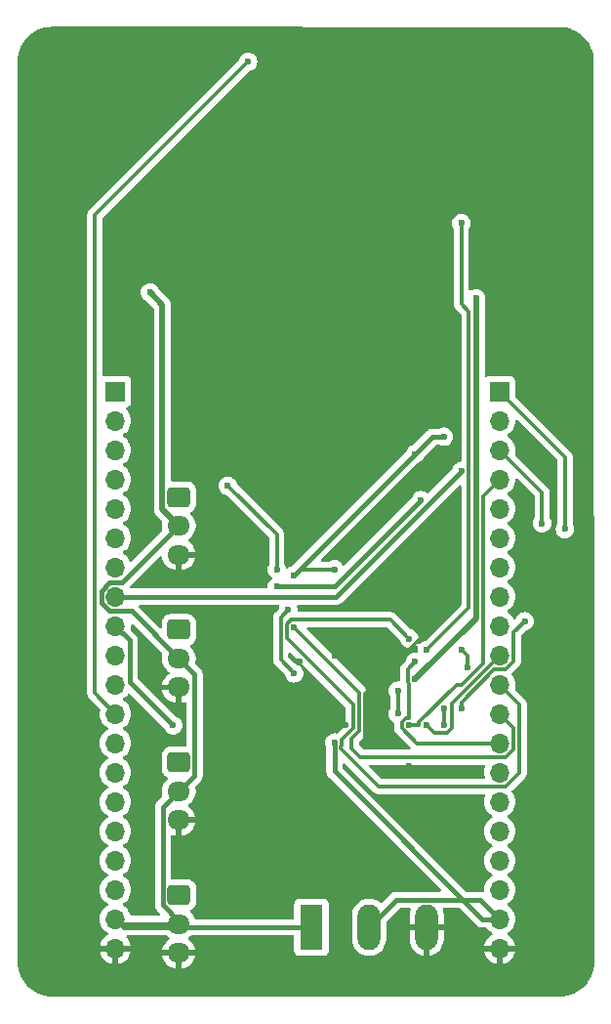
<source format=gbr>
%TF.GenerationSoftware,KiCad,Pcbnew,8.0.5*%
%TF.CreationDate,2024-10-31T16:18:24-07:00*%
%TF.ProjectId,CustomMotorshield,43757374-6f6d-44d6-9f74-6f7273686965,rev?*%
%TF.SameCoordinates,Original*%
%TF.FileFunction,Copper,L2,Bot*%
%TF.FilePolarity,Positive*%
%FSLAX46Y46*%
G04 Gerber Fmt 4.6, Leading zero omitted, Abs format (unit mm)*
G04 Created by KiCad (PCBNEW 8.0.5) date 2024-10-31 16:18:24*
%MOMM*%
%LPD*%
G01*
G04 APERTURE LIST*
G04 Aperture macros list*
%AMRoundRect*
0 Rectangle with rounded corners*
0 $1 Rounding radius*
0 $2 $3 $4 $5 $6 $7 $8 $9 X,Y pos of 4 corners*
0 Add a 4 corners polygon primitive as box body*
4,1,4,$2,$3,$4,$5,$6,$7,$8,$9,$2,$3,0*
0 Add four circle primitives for the rounded corners*
1,1,$1+$1,$2,$3*
1,1,$1+$1,$4,$5*
1,1,$1+$1,$6,$7*
1,1,$1+$1,$8,$9*
0 Add four rect primitives between the rounded corners*
20,1,$1+$1,$2,$3,$4,$5,0*
20,1,$1+$1,$4,$5,$6,$7,0*
20,1,$1+$1,$6,$7,$8,$9,0*
20,1,$1+$1,$8,$9,$2,$3,0*%
G04 Aperture macros list end*
%TA.AperFunction,ComponentPad*%
%ADD10O,1.980000X3.960000*%
%TD*%
%TA.AperFunction,ComponentPad*%
%ADD11R,1.980000X3.960000*%
%TD*%
%TA.AperFunction,ComponentPad*%
%ADD12O,1.950000X1.700000*%
%TD*%
%TA.AperFunction,ComponentPad*%
%ADD13RoundRect,0.250000X-0.725000X0.600000X-0.725000X-0.600000X0.725000X-0.600000X0.725000X0.600000X0*%
%TD*%
%TA.AperFunction,ComponentPad*%
%ADD14R,1.700000X1.700000*%
%TD*%
%TA.AperFunction,ComponentPad*%
%ADD15O,1.700000X1.700000*%
%TD*%
%TA.AperFunction,ViaPad*%
%ADD16C,0.600000*%
%TD*%
%TA.AperFunction,Conductor*%
%ADD17C,0.300000*%
%TD*%
%TA.AperFunction,Conductor*%
%ADD18C,0.400000*%
%TD*%
%TA.AperFunction,Conductor*%
%ADD19C,0.500000*%
%TD*%
G04 APERTURE END LIST*
D10*
%TO.P,J4,3,Pin_3*%
%TO.N,GND*%
X93500000Y-146500000D03*
%TO.P,J4,2,Pin_2*%
%TO.N,3V3*%
X88500000Y-146500000D03*
D11*
%TO.P,J4,1,Pin_1*%
%TO.N,5V*%
X83500000Y-146500000D03*
%TD*%
D12*
%TO.P,Motor4,3,Pin_3*%
%TO.N,GND*%
X72000000Y-114220000D03*
%TO.P,Motor4,2,Pin_2*%
%TO.N,5V*%
X72000000Y-111720000D03*
D13*
%TO.P,Motor4,1,Pin_1*%
%TO.N,IO33*%
X72000000Y-109220000D03*
%TD*%
D12*
%TO.P,Motor2,3,Pin_3*%
%TO.N,GND*%
X72000000Y-137220000D03*
%TO.P,Motor2,2,Pin_2*%
%TO.N,5V*%
X72000000Y-134720000D03*
D13*
%TO.P,Motor2,1,Pin_1*%
%TO.N,IO26*%
X72000000Y-132220000D03*
%TD*%
D12*
%TO.P,Motor1,3,Pin_3*%
%TO.N,GND*%
X72000000Y-148720000D03*
%TO.P,Motor1,2,Pin_2*%
%TO.N,5V*%
X72000000Y-146220000D03*
D13*
%TO.P,Motor1,1,Pin_1*%
%TO.N,IO21*%
X72000000Y-143720000D03*
%TD*%
D14*
%TO.P,J1,1,Pin_1*%
%TO.N,CSI_D1*%
X99837500Y-100080000D03*
D15*
%TO.P,J1,2,Pin_2*%
%TO.N,CSI_D2*%
X99837500Y-102620000D03*
%TO.P,J1,3,Pin_3*%
%TO.N,CSI_D3*%
X99837500Y-105160000D03*
%TO.P,J1,4,Pin_4*%
%TO.N,CSI_D4*%
X99837500Y-107700000D03*
%TO.P,J1,5,Pin_5*%
%TO.N,CSI_D5*%
X99837500Y-110240000D03*
%TO.P,J1,6,Pin_6*%
%TO.N,CSI_D6*%
X99837500Y-112780000D03*
%TO.P,J1,7,Pin_7*%
%TO.N,CSI_D7*%
X99837500Y-115320000D03*
%TO.P,J1,8,Pin_8*%
%TO.N,CSI_D0*%
X99837500Y-117860000D03*
%TO.P,J1,9,Pin_9*%
%TO.N,CSI_MCLK*%
X99837500Y-120400000D03*
%TO.P,J1,10,Pin_10*%
%TO.N,CSI_PCLK*%
X99837500Y-122940000D03*
%TO.P,J1,11,Pin_11*%
%TO.N,TWI_SDA*%
X99837500Y-125480000D03*
%TO.P,J1,12,Pin_12*%
%TO.N,TWI_SCK*%
X99837500Y-128020000D03*
%TO.P,J1,13,Pin_13*%
%TO.N,CSI_VSYNC*%
X99837500Y-130560000D03*
%TO.P,J1,14,Pin_14*%
%TO.N,PSRAM_CLK*%
X99837500Y-133100000D03*
%TO.P,J1,15,Pin_15*%
%TO.N,unconnected-(J1-Pin_15-Pad15)*%
X99837500Y-135640000D03*
%TO.P,J1,16,Pin_16*%
%TO.N,IO16*%
X99837500Y-138180000D03*
%TO.P,J1,17,Pin_17*%
%TO.N,unconnected-(J1-Pin_17-Pad17)*%
X99837500Y-140720000D03*
%TO.P,J1,18,Pin_18*%
%TO.N,unconnected-(J1-Pin_18-Pad18)*%
X99837500Y-143260000D03*
%TO.P,J1,19,Pin_19*%
%TO.N,3V3*%
X99837500Y-145800000D03*
%TO.P,J1,20,Pin_20*%
%TO.N,GND*%
X99837500Y-148340000D03*
%TD*%
D12*
%TO.P,Motor3,3,Pin_3*%
%TO.N,GND*%
X72000000Y-125720000D03*
%TO.P,Motor3,2,Pin_2*%
%TO.N,5V*%
X72000000Y-123220000D03*
D13*
%TO.P,Motor3,1,Pin_1*%
%TO.N,IO47*%
X72000000Y-120720000D03*
%TD*%
D14*
%TO.P,J2,1,Pin_1*%
%TO.N,unconnected-(J2-Pin_1-Pad1)*%
X66500000Y-100080000D03*
D15*
%TO.P,J2,2,Pin_2*%
%TO.N,unconnected-(J2-Pin_2-Pad2)*%
X66500000Y-102620000D03*
%TO.P,J2,3,Pin_3*%
%TO.N,unconnected-(J2-Pin_3-Pad3)*%
X66500000Y-105160000D03*
%TO.P,J2,4,Pin_4*%
%TO.N,unconnected-(J2-Pin_4-Pad4)*%
X66500000Y-107700000D03*
%TO.P,J2,5,Pin_5*%
%TO.N,unconnected-(J2-Pin_5-Pad5)*%
X66500000Y-110240000D03*
%TO.P,J2,6,Pin_6*%
%TO.N,unconnected-(J2-Pin_6-Pad6)*%
X66500000Y-112780000D03*
%TO.P,J2,7,Pin_7*%
%TO.N,SD3*%
X66500000Y-115320000D03*
%TO.P,J2,8,Pin_8*%
%TO.N,SD2*%
X66500000Y-117860000D03*
%TO.P,J2,9,Pin_9*%
%TO.N,SD1*%
X66500000Y-120400000D03*
%TO.P,J2,10,Pin_10*%
%TO.N,SD0*%
X66500000Y-122940000D03*
%TO.P,J2,11,Pin_11*%
%TO.N,CAM_PWR*%
X66500000Y-125480000D03*
%TO.P,J2,12,Pin_12*%
%TO.N,IO35*%
X66500000Y-128020000D03*
%TO.P,J2,13,Pin_13*%
%TO.N,IO48*%
X66500000Y-130560000D03*
%TO.P,J2,14,Pin_14*%
%TO.N,IO34*%
X66500000Y-133100000D03*
%TO.P,J2,15,Pin_15*%
%TO.N,IO33*%
X66500000Y-135640000D03*
%TO.P,J2,16,Pin_16*%
%TO.N,IO47*%
X66500000Y-138180000D03*
%TO.P,J2,17,Pin_17*%
%TO.N,IO26*%
X66500000Y-140720000D03*
%TO.P,J2,18,Pin_18*%
%TO.N,IO21*%
X66500000Y-143260000D03*
%TO.P,J2,19,Pin_19*%
%TO.N,5V*%
X66500000Y-145800000D03*
%TO.P,J2,20,Pin_20*%
%TO.N,GND*%
X66500000Y-148340000D03*
%TD*%
D16*
%TO.N,GND*%
X88500000Y-130500000D03*
X94000000Y-117000000D03*
X75000000Y-127000000D03*
X85500000Y-121000000D03*
X87500000Y-124500000D03*
X65500000Y-73500000D03*
X61500000Y-78500000D03*
X65500000Y-79500000D03*
X92000000Y-108500000D03*
X92000000Y-132500000D03*
X89000000Y-121000000D03*
X74500000Y-108000000D03*
X76000000Y-111500000D03*
X103500000Y-132500000D03*
X102500000Y-115000000D03*
X79000000Y-119500000D03*
%TO.N,3V3*%
X85500000Y-115500000D03*
%TO.N,GND*%
X70500000Y-76000000D03*
X82500000Y-123500000D03*
X94500000Y-119000000D03*
X94000000Y-136500000D03*
X82000000Y-109500000D03*
X89500000Y-118000000D03*
%TO.N,CSI_MCLK*%
X97000000Y-124000000D03*
X96500000Y-122500000D03*
X96500000Y-127500000D03*
X102000000Y-120000000D03*
%TO.N,GND*%
X91500000Y-103000000D03*
X88000000Y-73000000D03*
%TO.N,3V3*%
X81500000Y-119000000D03*
X82000000Y-124500000D03*
X82000000Y-116000000D03*
%TO.N,GND*%
X86500000Y-129000000D03*
%TO.N,CSI_PCLK*%
X93500000Y-129000000D03*
%TO.N,CSI_D7*%
X91000000Y-126000000D03*
X91000000Y-128000000D03*
X95000000Y-127500000D03*
X95000000Y-129000000D03*
%TO.N,SD1*%
X93000000Y-109500000D03*
X80500000Y-117000000D03*
X71500000Y-129000000D03*
%TO.N,GND*%
X80000000Y-100000000D03*
X78000000Y-100000000D03*
X81000000Y-101500000D03*
X77000000Y-101500000D03*
X80500000Y-102500000D03*
X79500000Y-103000000D03*
X78500000Y-103000000D03*
X98000000Y-135500000D03*
X85500000Y-127000000D03*
X85500000Y-123000000D03*
X93500000Y-121000000D03*
X102500000Y-127500000D03*
X77500000Y-102500000D03*
X83000000Y-133000000D03*
%TO.N,IO33*%
X76250000Y-108250000D03*
X80500000Y-115500000D03*
%TO.N,IO35*%
X78000000Y-71500000D03*
%TO.N,TWI_SDA*%
X92000000Y-121500000D03*
%TO.N,3V3*%
X92500000Y-105500000D03*
X95000000Y-104000000D03*
X85500000Y-130500000D03*
%TO.N,CSI_D1*%
X105500000Y-112000000D03*
%TO.N,CSI_D3*%
X103500000Y-111500000D03*
%TO.N,TWI_SCK*%
X82000000Y-120500000D03*
%TO.N,CSI_2.8V*%
X96500000Y-85500000D03*
X93500000Y-122500000D03*
%TO.N,CSI_D4*%
X92000000Y-129000000D03*
%TO.N,CSI_VSYNC*%
X92500000Y-123500000D03*
%TO.N,CSI_1.2V*%
X97775000Y-92000000D03*
X92500000Y-125000000D03*
%TO.N,5V*%
X69500000Y-91500000D03*
%TO.N,SD2*%
X96500000Y-107000000D03*
%TD*%
D17*
%TO.N,GND*%
X94000000Y-117000000D02*
X94000000Y-120419239D01*
X94000000Y-120419239D02*
X88150000Y-126269239D01*
X88150000Y-126269239D02*
X88150000Y-130150000D01*
X88150000Y-130150000D02*
X88500000Y-130500000D01*
%TO.N,TWI_SCK*%
X87650000Y-126150000D02*
X87650000Y-129476345D01*
X87000000Y-130126345D02*
X87000000Y-131000000D01*
X87650000Y-129476345D02*
X87000000Y-130126345D01*
X87000000Y-131000000D02*
X87760000Y-131760000D01*
X82000000Y-120500000D02*
X87650000Y-126150000D01*
X101037500Y-131057057D02*
X101037500Y-129220000D01*
X101037500Y-129220000D02*
X99837500Y-128020000D01*
X87760000Y-131760000D02*
X100334557Y-131760000D01*
X100334557Y-131760000D02*
X101037500Y-131057057D01*
%TO.N,TWI_SDA*%
X101537500Y-127180000D02*
X101537500Y-133097057D01*
X100334557Y-134300000D02*
X89300000Y-134300000D01*
X86150000Y-130269239D02*
X87150000Y-129269239D01*
X81350000Y-120230761D02*
X81730761Y-119850000D01*
X87150000Y-127230761D02*
X81350000Y-121430761D01*
X101537500Y-133097057D02*
X100334557Y-134300000D01*
X99837500Y-125480000D02*
X101537500Y-127180000D01*
X89300000Y-134300000D02*
X86050000Y-131050000D01*
X86050000Y-131050000D02*
X86050000Y-130869239D01*
X86150000Y-130769239D02*
X86150000Y-130269239D01*
X86050000Y-130869239D02*
X86150000Y-130769239D01*
X87150000Y-129269239D02*
X87150000Y-127230761D01*
X81350000Y-121430761D02*
X81350000Y-120230761D01*
X81730761Y-119850000D02*
X90350000Y-119850000D01*
X90350000Y-119850000D02*
X92000000Y-121500000D01*
%TO.N,3V3*%
X85500000Y-115500000D02*
X82500000Y-115500000D01*
X82500000Y-115500000D02*
X82000000Y-116000000D01*
D18*
X99837500Y-145800000D02*
X98300000Y-145800000D01*
X85500000Y-133000000D02*
X85500000Y-130500000D01*
X98300000Y-145800000D02*
X85500000Y-133000000D01*
D17*
%TO.N,CSI_D4*%
X96080761Y-125500000D02*
X96500000Y-125500000D01*
X92850000Y-129000000D02*
X92850000Y-128730761D01*
X92850000Y-128730761D02*
X96080761Y-125500000D01*
X98375000Y-123625000D02*
X98375000Y-109162500D01*
X96500000Y-125500000D02*
X98375000Y-123625000D01*
X92000000Y-129000000D02*
X92850000Y-129000000D01*
X98375000Y-109162500D02*
X99837500Y-107700000D01*
%TO.N,CSI_MCLK*%
X97000000Y-123000000D02*
X97000000Y-124000000D01*
X96500000Y-122500000D02*
X97000000Y-123000000D01*
X101037500Y-123437057D02*
X100334557Y-124140000D01*
X101037500Y-120962500D02*
X101037500Y-123437057D01*
X100334557Y-124140000D02*
X99360000Y-124140000D01*
X96500000Y-127000000D02*
X96500000Y-127500000D01*
X99360000Y-124140000D02*
X96500000Y-127000000D01*
X102000000Y-120000000D02*
X101037500Y-120962500D01*
%TO.N,3V3*%
X80850000Y-119650000D02*
X81500000Y-119000000D01*
X80850000Y-123350000D02*
X80850000Y-119650000D01*
X82000000Y-124500000D02*
X80850000Y-123350000D01*
D18*
X92500000Y-105500000D02*
X82000000Y-116000000D01*
D17*
%TO.N,CSI_PCLK*%
X99837500Y-122940000D02*
X95650000Y-127127500D01*
X95650000Y-127127500D02*
X95650000Y-129269239D01*
X94150000Y-129650000D02*
X93500000Y-129000000D01*
X95650000Y-129269239D02*
X95269239Y-129650000D01*
X95269239Y-129650000D02*
X94150000Y-129650000D01*
%TO.N,CSI_D7*%
X91000000Y-128000000D02*
X91000000Y-126000000D01*
%TO.N,CSI_VSYNC*%
X92500000Y-123500000D02*
X91850000Y-124150000D01*
X91350000Y-129269239D02*
X92640761Y-130560000D01*
X91850000Y-124150000D02*
X91850000Y-125269239D01*
X92000000Y-128292894D02*
X91942894Y-128350000D01*
X92640761Y-130560000D02*
X99837500Y-130560000D01*
X91850000Y-125269239D02*
X92000000Y-125419239D01*
X92000000Y-125419239D02*
X92000000Y-128292894D01*
X91942894Y-128350000D02*
X91730761Y-128350000D01*
X91730761Y-128350000D02*
X91350000Y-128730761D01*
X91350000Y-128730761D02*
X91350000Y-129269239D01*
%TO.N,CSI_D7*%
X95000000Y-129000000D02*
X95000000Y-127500000D01*
D18*
%TO.N,SD1*%
X85500000Y-117000000D02*
X93000000Y-109500000D01*
X80500000Y-117000000D02*
X85500000Y-117000000D01*
X67750000Y-125250000D02*
X71500000Y-129000000D01*
X67750000Y-121650000D02*
X67750000Y-125250000D01*
X66500000Y-120400000D02*
X67750000Y-121650000D01*
D17*
%TO.N,IO33*%
X80500000Y-115500000D02*
X80500000Y-112500000D01*
X80500000Y-112500000D02*
X76250000Y-108250000D01*
%TO.N,IO35*%
X78000000Y-71500000D02*
X64700000Y-84800000D01*
X64700000Y-84800000D02*
X64700000Y-126220000D01*
X64700000Y-126220000D02*
X66500000Y-128020000D01*
D18*
%TO.N,3V3*%
X94000000Y-104000000D02*
X92500000Y-105500000D01*
X95000000Y-104000000D02*
X94000000Y-104000000D01*
X88500000Y-146500000D02*
X90880000Y-144120000D01*
X90880000Y-144120000D02*
X98157500Y-144120000D01*
X98157500Y-144120000D02*
X99837500Y-145800000D01*
%TO.N,5V*%
X83500000Y-146500000D02*
X67200000Y-146500000D01*
X67200000Y-146500000D02*
X66500000Y-145800000D01*
X72000000Y-146220000D02*
X66920000Y-146220000D01*
X66920000Y-146220000D02*
X66500000Y-145800000D01*
X72000000Y-146220000D02*
X72000000Y-145971166D01*
X72000000Y-145971166D02*
X70625000Y-144596166D01*
X70625000Y-144596166D02*
X70625000Y-136095000D01*
X70625000Y-136095000D02*
X72000000Y-134720000D01*
X72000000Y-123220000D02*
X73375000Y-124595000D01*
X73375000Y-124595000D02*
X73375000Y-133345000D01*
X73375000Y-133345000D02*
X72000000Y-134720000D01*
X72000000Y-123220000D02*
X67890000Y-119110000D01*
X67890000Y-119110000D02*
X65982233Y-119110000D01*
X65982233Y-119110000D02*
X65250000Y-118377767D01*
X65250000Y-118377767D02*
X65250000Y-117342233D01*
X65250000Y-117342233D02*
X65982233Y-116610000D01*
X65982233Y-116610000D02*
X67110000Y-116610000D01*
X67110000Y-116610000D02*
X72000000Y-111720000D01*
D17*
%TO.N,CSI_D1*%
X105500000Y-112000000D02*
X105500000Y-105742500D01*
X105500000Y-105742500D02*
X99837500Y-100080000D01*
%TO.N,CSI_D3*%
X103500000Y-111500000D02*
X103500000Y-108822500D01*
X103500000Y-108822500D02*
X99837500Y-105160000D01*
%TO.N,CSI_2.8V*%
X97150000Y-118850000D02*
X97150000Y-93150000D01*
X93500000Y-122500000D02*
X97150000Y-118850000D01*
X96500000Y-92500000D02*
X96500000Y-85500000D01*
X97150000Y-93150000D02*
X96500000Y-92500000D01*
D19*
%TO.N,5V*%
X70575000Y-110295000D02*
X70575000Y-92575000D01*
X72000000Y-111720000D02*
X70575000Y-110295000D01*
X70575000Y-92575000D02*
X69500000Y-91500000D01*
D18*
%TO.N,SD2*%
X85640000Y-117860000D02*
X96500000Y-107000000D01*
X66500000Y-117860000D02*
X85640000Y-117860000D01*
D19*
%TO.N,CSI_1.2V*%
X97775000Y-92000000D02*
X97775000Y-119725000D01*
X97775000Y-119725000D02*
X92500000Y-125000000D01*
%TD*%
%TA.AperFunction,Conductor*%
%TO.N,GND*%
G36*
X68049612Y-120262472D02*
G01*
X68064568Y-120275225D01*
X70537214Y-122747871D01*
X70570699Y-122809194D01*
X70567465Y-122873866D01*
X70557754Y-122903754D01*
X70557753Y-122903759D01*
X70542152Y-123002262D01*
X70524500Y-123113713D01*
X70524500Y-123326287D01*
X70531597Y-123371095D01*
X70538403Y-123414070D01*
X70557754Y-123536243D01*
X70615716Y-123714632D01*
X70623444Y-123738414D01*
X70719951Y-123927820D01*
X70844890Y-124099786D01*
X70995209Y-124250105D01*
X70995214Y-124250109D01*
X71160218Y-124369991D01*
X71202884Y-124425320D01*
X71208863Y-124494934D01*
X71176258Y-124556729D01*
X71160218Y-124570627D01*
X70995540Y-124690272D01*
X70995535Y-124690276D01*
X70845276Y-124840535D01*
X70845272Y-124840540D01*
X70720379Y-125012442D01*
X70623904Y-125201782D01*
X70558242Y-125403870D01*
X70558242Y-125403873D01*
X70547769Y-125470000D01*
X71595854Y-125470000D01*
X71557370Y-125536657D01*
X71525000Y-125657465D01*
X71525000Y-125782535D01*
X71557370Y-125903343D01*
X71595854Y-125970000D01*
X70547769Y-125970000D01*
X70558242Y-126036126D01*
X70558242Y-126036129D01*
X70623904Y-126238217D01*
X70720379Y-126427557D01*
X70845272Y-126599459D01*
X70845276Y-126599464D01*
X70995535Y-126749723D01*
X70995540Y-126749727D01*
X71167442Y-126874620D01*
X71356782Y-126971095D01*
X71558872Y-127036757D01*
X71750000Y-127067029D01*
X71750000Y-126124145D01*
X71816657Y-126162630D01*
X71937465Y-126195000D01*
X72062535Y-126195000D01*
X72183343Y-126162630D01*
X72250000Y-126124145D01*
X72250000Y-127067028D01*
X72441124Y-127036758D01*
X72512181Y-127013670D01*
X72582022Y-127011674D01*
X72641855Y-127047754D01*
X72672684Y-127110455D01*
X72674500Y-127131601D01*
X72674500Y-130745500D01*
X72654815Y-130812539D01*
X72602011Y-130858294D01*
X72550500Y-130869500D01*
X71224998Y-130869500D01*
X71224981Y-130869501D01*
X71122203Y-130880000D01*
X71122200Y-130880001D01*
X70955668Y-130935185D01*
X70955663Y-130935187D01*
X70806342Y-131027289D01*
X70682289Y-131151342D01*
X70590187Y-131300663D01*
X70590186Y-131300666D01*
X70535001Y-131467203D01*
X70535001Y-131467204D01*
X70535000Y-131467204D01*
X70524500Y-131569983D01*
X70524500Y-132870001D01*
X70524501Y-132870018D01*
X70535000Y-132972796D01*
X70535001Y-132972799D01*
X70577152Y-133100000D01*
X70590186Y-133139334D01*
X70674485Y-133276006D01*
X70682289Y-133288657D01*
X70806344Y-133412712D01*
X70961120Y-133508178D01*
X71007845Y-133560126D01*
X71019068Y-133629088D01*
X70991224Y-133693171D01*
X70983706Y-133701398D01*
X70844889Y-133840215D01*
X70719951Y-134012179D01*
X70623444Y-134201585D01*
X70557753Y-134403760D01*
X70526434Y-134601501D01*
X70524500Y-134613713D01*
X70524500Y-134826287D01*
X70538872Y-134917028D01*
X70544173Y-134950500D01*
X70557754Y-135036243D01*
X70567238Y-135065434D01*
X70567465Y-135066130D01*
X70569459Y-135135971D01*
X70537214Y-135192127D01*
X70080888Y-135648453D01*
X70074505Y-135658008D01*
X70074502Y-135658012D01*
X70004228Y-135763182D01*
X70004221Y-135763195D01*
X69951421Y-135890667D01*
X69951418Y-135890677D01*
X69924500Y-136026004D01*
X69924500Y-136026007D01*
X69924500Y-144527172D01*
X69924500Y-144665160D01*
X69924500Y-144665162D01*
X69924499Y-144665162D01*
X69951418Y-144800488D01*
X69951421Y-144800498D01*
X70004222Y-144927973D01*
X70080887Y-145042711D01*
X70080888Y-145042712D01*
X70345996Y-145307819D01*
X70379481Y-145369142D01*
X70374497Y-145438833D01*
X70332626Y-145494767D01*
X70267161Y-145519184D01*
X70258315Y-145519500D01*
X67918130Y-145519500D01*
X67851091Y-145499815D01*
X67805336Y-145447011D01*
X67798355Y-145427593D01*
X67773905Y-145336344D01*
X67773904Y-145336343D01*
X67773903Y-145336337D01*
X67674035Y-145122171D01*
X67618398Y-145042712D01*
X67538494Y-144928597D01*
X67371402Y-144761506D01*
X67371396Y-144761501D01*
X67185842Y-144631575D01*
X67142217Y-144576998D01*
X67135023Y-144507500D01*
X67166546Y-144445145D01*
X67185842Y-144428425D01*
X67224068Y-144401659D01*
X67371401Y-144298495D01*
X67538495Y-144131401D01*
X67674035Y-143937830D01*
X67773903Y-143723663D01*
X67835063Y-143495408D01*
X67855659Y-143260000D01*
X67835063Y-143024592D01*
X67788626Y-142851285D01*
X67773905Y-142796344D01*
X67773904Y-142796343D01*
X67773903Y-142796337D01*
X67674035Y-142582171D01*
X67635607Y-142527289D01*
X67538494Y-142388597D01*
X67371402Y-142221506D01*
X67371396Y-142221501D01*
X67185842Y-142091575D01*
X67142217Y-142036998D01*
X67135023Y-141967500D01*
X67166546Y-141905145D01*
X67185842Y-141888425D01*
X67208026Y-141872891D01*
X67371401Y-141758495D01*
X67538495Y-141591401D01*
X67674035Y-141397830D01*
X67773903Y-141183663D01*
X67835063Y-140955408D01*
X67855659Y-140720000D01*
X67835063Y-140484592D01*
X67773903Y-140256337D01*
X67674035Y-140042171D01*
X67538495Y-139848599D01*
X67538494Y-139848597D01*
X67371402Y-139681506D01*
X67371396Y-139681501D01*
X67185842Y-139551575D01*
X67142217Y-139496998D01*
X67135023Y-139427500D01*
X67166546Y-139365145D01*
X67185842Y-139348425D01*
X67208026Y-139332891D01*
X67371401Y-139218495D01*
X67538495Y-139051401D01*
X67674035Y-138857830D01*
X67773903Y-138643663D01*
X67835063Y-138415408D01*
X67855659Y-138180000D01*
X67835063Y-137944592D01*
X67773903Y-137716337D01*
X67674035Y-137502171D01*
X67604836Y-137403343D01*
X67538494Y-137308597D01*
X67371402Y-137141506D01*
X67371396Y-137141501D01*
X67185842Y-137011575D01*
X67142217Y-136956998D01*
X67135023Y-136887500D01*
X67166546Y-136825145D01*
X67185842Y-136808425D01*
X67276422Y-136745000D01*
X67371401Y-136678495D01*
X67538495Y-136511401D01*
X67674035Y-136317830D01*
X67773903Y-136103663D01*
X67835063Y-135875408D01*
X67855659Y-135640000D01*
X67835063Y-135404592D01*
X67773903Y-135176337D01*
X67674035Y-134962171D01*
X67648360Y-134925502D01*
X67538494Y-134768597D01*
X67371402Y-134601506D01*
X67371396Y-134601501D01*
X67185842Y-134471575D01*
X67142217Y-134416998D01*
X67135023Y-134347500D01*
X67166546Y-134285145D01*
X67185842Y-134268425D01*
X67281299Y-134201585D01*
X67371401Y-134138495D01*
X67538495Y-133971401D01*
X67674035Y-133777830D01*
X67773903Y-133563663D01*
X67835063Y-133335408D01*
X67855659Y-133100000D01*
X67835063Y-132864592D01*
X67773903Y-132636337D01*
X67674035Y-132422171D01*
X67672381Y-132419808D01*
X67538494Y-132228597D01*
X67371402Y-132061506D01*
X67371396Y-132061501D01*
X67185842Y-131931575D01*
X67142217Y-131876998D01*
X67135023Y-131807500D01*
X67166546Y-131745145D01*
X67185842Y-131728425D01*
X67208026Y-131712891D01*
X67371401Y-131598495D01*
X67538495Y-131431401D01*
X67674035Y-131237830D01*
X67773903Y-131023663D01*
X67835063Y-130795408D01*
X67855659Y-130560000D01*
X67835063Y-130324592D01*
X67773903Y-130096337D01*
X67674035Y-129882171D01*
X67656147Y-129856623D01*
X67538494Y-129688597D01*
X67371402Y-129521506D01*
X67371396Y-129521501D01*
X67185842Y-129391575D01*
X67142217Y-129336998D01*
X67135023Y-129267500D01*
X67166546Y-129205145D01*
X67185842Y-129188425D01*
X67208026Y-129172891D01*
X67371401Y-129058495D01*
X67538495Y-128891401D01*
X67674035Y-128697830D01*
X67773903Y-128483663D01*
X67835063Y-128255408D01*
X67855659Y-128020000D01*
X67835063Y-127784592D01*
X67783522Y-127592236D01*
X67773905Y-127556344D01*
X67773904Y-127556343D01*
X67773903Y-127556337D01*
X67674035Y-127342171D01*
X67659033Y-127320745D01*
X67538494Y-127148597D01*
X67371402Y-126981506D01*
X67371396Y-126981501D01*
X67185842Y-126851575D01*
X67142217Y-126796998D01*
X67135023Y-126727500D01*
X67166546Y-126665145D01*
X67185842Y-126648425D01*
X67255765Y-126599464D01*
X67371401Y-126518495D01*
X67538495Y-126351401D01*
X67586447Y-126282917D01*
X67641020Y-126239293D01*
X67710519Y-126232098D01*
X67772874Y-126263619D01*
X67775702Y-126266359D01*
X70708630Y-129199287D01*
X70737990Y-129246013D01*
X70774209Y-129349519D01*
X70774211Y-129349522D01*
X70870184Y-129502262D01*
X70997738Y-129629816D01*
X71055458Y-129666084D01*
X71132721Y-129714632D01*
X71150478Y-129725789D01*
X71270690Y-129767853D01*
X71320745Y-129785368D01*
X71320750Y-129785369D01*
X71499996Y-129805565D01*
X71500000Y-129805565D01*
X71500004Y-129805565D01*
X71679249Y-129785369D01*
X71679252Y-129785368D01*
X71679255Y-129785368D01*
X71849522Y-129725789D01*
X72002262Y-129629816D01*
X72129816Y-129502262D01*
X72225789Y-129349522D01*
X72285368Y-129179255D01*
X72298974Y-129058498D01*
X72305565Y-129000003D01*
X72305565Y-128999996D01*
X72285369Y-128820750D01*
X72285368Y-128820745D01*
X72268473Y-128772463D01*
X72225789Y-128650478D01*
X72129816Y-128497738D01*
X72002262Y-128370184D01*
X71849522Y-128274211D01*
X71849519Y-128274209D01*
X71746013Y-128237990D01*
X71699287Y-128208630D01*
X68486819Y-124996162D01*
X68453334Y-124934839D01*
X68450500Y-124908481D01*
X68450500Y-121581004D01*
X68423581Y-121445677D01*
X68423580Y-121445676D01*
X68423580Y-121445672D01*
X68423578Y-121445667D01*
X68370778Y-121318195D01*
X68370774Y-121318188D01*
X68338995Y-121270627D01*
X68338995Y-121270626D01*
X68294115Y-121203458D01*
X68294109Y-121203451D01*
X67862651Y-120771994D01*
X67829166Y-120710671D01*
X67830558Y-120652217D01*
X67835063Y-120635408D01*
X67855659Y-120400000D01*
X67853359Y-120373713D01*
X67867125Y-120305215D01*
X67915740Y-120255031D01*
X67983768Y-120239097D01*
X68049612Y-120262472D01*
G37*
%TD.AperFunction*%
%TA.AperFunction,Conductor*%
G36*
X86405703Y-132326095D02*
G01*
X86412181Y-132332127D01*
X88885325Y-134805272D01*
X88885332Y-134805278D01*
X88971512Y-134862861D01*
X88985116Y-134871950D01*
X88991873Y-134876465D01*
X89110256Y-134925501D01*
X89110260Y-134925501D01*
X89110261Y-134925502D01*
X89235928Y-134950500D01*
X89235931Y-134950500D01*
X98474266Y-134950500D01*
X98541305Y-134970185D01*
X98587060Y-135022989D01*
X98597004Y-135092147D01*
X98586648Y-135126905D01*
X98563597Y-135176335D01*
X98563594Y-135176344D01*
X98502438Y-135404586D01*
X98502436Y-135404596D01*
X98481841Y-135639999D01*
X98481841Y-135640000D01*
X98502436Y-135875403D01*
X98502438Y-135875413D01*
X98563594Y-136103655D01*
X98563596Y-136103659D01*
X98563597Y-136103663D01*
X98663465Y-136317830D01*
X98663467Y-136317834D01*
X98799001Y-136511395D01*
X98799006Y-136511402D01*
X98966097Y-136678493D01*
X98966103Y-136678498D01*
X99151658Y-136808425D01*
X99195283Y-136863002D01*
X99202477Y-136932500D01*
X99170954Y-136994855D01*
X99151658Y-137011575D01*
X98966097Y-137141505D01*
X98799005Y-137308597D01*
X98663465Y-137502169D01*
X98663464Y-137502171D01*
X98563598Y-137716335D01*
X98563594Y-137716344D01*
X98502438Y-137944586D01*
X98502436Y-137944596D01*
X98481841Y-138179999D01*
X98481841Y-138180000D01*
X98502436Y-138415403D01*
X98502438Y-138415413D01*
X98563594Y-138643655D01*
X98563596Y-138643659D01*
X98563597Y-138643663D01*
X98663465Y-138857830D01*
X98663467Y-138857834D01*
X98799001Y-139051395D01*
X98799006Y-139051402D01*
X98966097Y-139218493D01*
X98966103Y-139218498D01*
X99151658Y-139348425D01*
X99195283Y-139403002D01*
X99202477Y-139472500D01*
X99170954Y-139534855D01*
X99151658Y-139551575D01*
X98966097Y-139681505D01*
X98799005Y-139848597D01*
X98663465Y-140042169D01*
X98663464Y-140042171D01*
X98563598Y-140256335D01*
X98563594Y-140256344D01*
X98502438Y-140484586D01*
X98502436Y-140484596D01*
X98481841Y-140719999D01*
X98481841Y-140720000D01*
X98502436Y-140955403D01*
X98502438Y-140955413D01*
X98563594Y-141183655D01*
X98563596Y-141183659D01*
X98563597Y-141183663D01*
X98663465Y-141397830D01*
X98663467Y-141397834D01*
X98799001Y-141591395D01*
X98799006Y-141591402D01*
X98966097Y-141758493D01*
X98966103Y-141758498D01*
X99151658Y-141888425D01*
X99195283Y-141943002D01*
X99202477Y-142012500D01*
X99170954Y-142074855D01*
X99151658Y-142091575D01*
X98966097Y-142221505D01*
X98799005Y-142388597D01*
X98663465Y-142582169D01*
X98663464Y-142582171D01*
X98563598Y-142796335D01*
X98563594Y-142796344D01*
X98502438Y-143024586D01*
X98502436Y-143024596D01*
X98481841Y-143259999D01*
X98481841Y-143260003D01*
X98486157Y-143309344D01*
X98472390Y-143377844D01*
X98423774Y-143428026D01*
X98355745Y-143443959D01*
X98338437Y-143441767D01*
X98226496Y-143419500D01*
X98226494Y-143419500D01*
X98226493Y-143419500D01*
X96961519Y-143419500D01*
X96894480Y-143399815D01*
X96873838Y-143383181D01*
X86236819Y-132746162D01*
X86203334Y-132684839D01*
X86200500Y-132658481D01*
X86200500Y-132419808D01*
X86220185Y-132352769D01*
X86272989Y-132307014D01*
X86342147Y-132297070D01*
X86405703Y-132326095D01*
G37*
%TD.AperFunction*%
%TA.AperFunction,Conductor*%
G36*
X98541305Y-132430185D02*
G01*
X98587060Y-132482989D01*
X98597004Y-132552147D01*
X98586648Y-132586905D01*
X98563597Y-132636335D01*
X98563594Y-132636344D01*
X98502438Y-132864586D01*
X98502436Y-132864596D01*
X98481841Y-133099999D01*
X98481841Y-133100000D01*
X98502436Y-133335403D01*
X98502438Y-133335413D01*
X98544772Y-133493407D01*
X98543109Y-133563257D01*
X98503946Y-133621119D01*
X98439718Y-133648623D01*
X98424997Y-133649500D01*
X89620808Y-133649500D01*
X89553769Y-133629815D01*
X89533127Y-133613181D01*
X88542127Y-132622181D01*
X88508642Y-132560858D01*
X88513626Y-132491166D01*
X88555498Y-132435233D01*
X88620962Y-132410816D01*
X88629808Y-132410500D01*
X98474266Y-132410500D01*
X98541305Y-132430185D01*
G37*
%TD.AperFunction*%
%TA.AperFunction,Conductor*%
G36*
X90096231Y-120520185D02*
G01*
X90116873Y-120536819D01*
X91178277Y-121598223D01*
X91211762Y-121659546D01*
X91213815Y-121672012D01*
X91214630Y-121679246D01*
X91214632Y-121679255D01*
X91274210Y-121849521D01*
X91293513Y-121880241D01*
X91370184Y-122002262D01*
X91497738Y-122129816D01*
X91650478Y-122225789D01*
X91820745Y-122285368D01*
X91820750Y-122285369D01*
X91999996Y-122305565D01*
X92000000Y-122305565D01*
X92000004Y-122305565D01*
X92179249Y-122285369D01*
X92179252Y-122285368D01*
X92179255Y-122285368D01*
X92349522Y-122225789D01*
X92502262Y-122129816D01*
X92547555Y-122084522D01*
X92608876Y-122051038D01*
X92678567Y-122056022D01*
X92734501Y-122097893D01*
X92758919Y-122163357D01*
X92752277Y-122213158D01*
X92714632Y-122320742D01*
X92714630Y-122320750D01*
X92694435Y-122499996D01*
X92694435Y-122500004D01*
X92701714Y-122564611D01*
X92689659Y-122633433D01*
X92642310Y-122684812D01*
X92574699Y-122702436D01*
X92564611Y-122701714D01*
X92500004Y-122694435D01*
X92499996Y-122694435D01*
X92320750Y-122714630D01*
X92320745Y-122714631D01*
X92150476Y-122774211D01*
X91997737Y-122870184D01*
X91870184Y-122997737D01*
X91774210Y-123150478D01*
X91714632Y-123320744D01*
X91714630Y-123320752D01*
X91713815Y-123327988D01*
X91686743Y-123392400D01*
X91678278Y-123401775D01*
X91453258Y-123626796D01*
X91344723Y-123735331D01*
X91318746Y-123774210D01*
X91291663Y-123814743D01*
X91291661Y-123814745D01*
X91273539Y-123841865D01*
X91273533Y-123841875D01*
X91224499Y-123960255D01*
X91224497Y-123960261D01*
X91199500Y-124085928D01*
X91199500Y-125078156D01*
X91179815Y-125145195D01*
X91127011Y-125190950D01*
X91061618Y-125201377D01*
X91021815Y-125196892D01*
X91000000Y-125194435D01*
X90999998Y-125194435D01*
X90999997Y-125194435D01*
X90999996Y-125194435D01*
X90820750Y-125214630D01*
X90820745Y-125214631D01*
X90650476Y-125274211D01*
X90497737Y-125370184D01*
X90370184Y-125497737D01*
X90274211Y-125650476D01*
X90214631Y-125820745D01*
X90214630Y-125820750D01*
X90194435Y-125999996D01*
X90194435Y-126000003D01*
X90214630Y-126179249D01*
X90214631Y-126179254D01*
X90274211Y-126349524D01*
X90330493Y-126439094D01*
X90349500Y-126505067D01*
X90349500Y-127494931D01*
X90330494Y-127560903D01*
X90274211Y-127650477D01*
X90274209Y-127650481D01*
X90214633Y-127820737D01*
X90214630Y-127820750D01*
X90194435Y-127999996D01*
X90194435Y-128000003D01*
X90214630Y-128179249D01*
X90214631Y-128179254D01*
X90274211Y-128349523D01*
X90327489Y-128434314D01*
X90370184Y-128502262D01*
X90497738Y-128629816D01*
X90641474Y-128720131D01*
X90687763Y-128772463D01*
X90699500Y-128825123D01*
X90699500Y-129333309D01*
X90722116Y-129447001D01*
X90722116Y-129447006D01*
X90722117Y-129447006D01*
X90724499Y-129458985D01*
X90773533Y-129577364D01*
X90808580Y-129629815D01*
X90844722Y-129683907D01*
X90844726Y-129683912D01*
X92058633Y-130897819D01*
X92092118Y-130959142D01*
X92087134Y-131028834D01*
X92045262Y-131084767D01*
X91979798Y-131109184D01*
X91970952Y-131109500D01*
X88080808Y-131109500D01*
X88013769Y-131089815D01*
X87993127Y-131073181D01*
X87686819Y-130766873D01*
X87653334Y-130705550D01*
X87650500Y-130679192D01*
X87650500Y-130447153D01*
X87670185Y-130380114D01*
X87686819Y-130359472D01*
X88155273Y-129891018D01*
X88155277Y-129891014D01*
X88226465Y-129784472D01*
X88261247Y-129700500D01*
X88275501Y-129666089D01*
X88282717Y-129629815D01*
X88300500Y-129540416D01*
X88300500Y-126085928D01*
X88275502Y-125960261D01*
X88275501Y-125960260D01*
X88275501Y-125960256D01*
X88228052Y-125845704D01*
X88226466Y-125841874D01*
X88226463Y-125841868D01*
X88155275Y-125735328D01*
X88155272Y-125735325D01*
X83132127Y-120712181D01*
X83098642Y-120650858D01*
X83103626Y-120581166D01*
X83145498Y-120525233D01*
X83210962Y-120500816D01*
X83219808Y-120500500D01*
X90029192Y-120500500D01*
X90096231Y-120520185D01*
G37*
%TD.AperFunction*%
%TA.AperFunction,Conductor*%
G36*
X96418834Y-108174337D02*
G01*
X96474767Y-108216209D01*
X96499184Y-108281673D01*
X96499500Y-108290519D01*
X96499500Y-118529191D01*
X96479815Y-118596230D01*
X96463181Y-118616872D01*
X93401775Y-121678277D01*
X93340452Y-121711762D01*
X93327988Y-121713815D01*
X93320752Y-121714630D01*
X93320744Y-121714632D01*
X93150478Y-121774210D01*
X92997737Y-121870184D01*
X92952444Y-121915477D01*
X92891121Y-121948961D01*
X92821429Y-121943976D01*
X92765496Y-121902104D01*
X92741080Y-121836640D01*
X92747723Y-121786840D01*
X92785366Y-121679262D01*
X92785369Y-121679249D01*
X92805565Y-121500003D01*
X92805565Y-121499996D01*
X92785369Y-121320750D01*
X92785368Y-121320745D01*
X92748810Y-121216268D01*
X92725789Y-121150478D01*
X92711277Y-121127383D01*
X92661742Y-121048548D01*
X92629816Y-120997738D01*
X92502262Y-120870184D01*
X92349521Y-120774210D01*
X92179255Y-120714632D01*
X92179246Y-120714630D01*
X92172012Y-120713815D01*
X92107600Y-120686744D01*
X92098223Y-120678277D01*
X90764674Y-119344727D01*
X90764673Y-119344726D01*
X90764669Y-119344723D01*
X90658127Y-119273535D01*
X90539744Y-119224499D01*
X90539738Y-119224497D01*
X90414071Y-119199500D01*
X90414069Y-119199500D01*
X82421843Y-119199500D01*
X82354804Y-119179815D01*
X82309049Y-119127011D01*
X82298623Y-119061617D01*
X82305565Y-119000003D01*
X82305565Y-118999996D01*
X82285369Y-118820750D01*
X82285367Y-118820742D01*
X82252025Y-118725454D01*
X82248464Y-118655675D01*
X82283193Y-118595048D01*
X82345186Y-118562821D01*
X82369067Y-118560500D01*
X85708996Y-118560500D01*
X85822962Y-118537830D01*
X85844328Y-118533580D01*
X85908069Y-118507177D01*
X85971807Y-118480777D01*
X85971808Y-118480776D01*
X85971811Y-118480775D01*
X86086543Y-118404114D01*
X96287819Y-108202838D01*
X96349142Y-108169353D01*
X96418834Y-108174337D01*
G37*
%TD.AperFunction*%
%TA.AperFunction,Conductor*%
G36*
X104925578Y-68500457D02*
G01*
X104926213Y-68500500D01*
X104934108Y-68500500D01*
X104996764Y-68500500D01*
X105003254Y-68500670D01*
X105307046Y-68516592D01*
X105319953Y-68517949D01*
X105451089Y-68538718D01*
X105617209Y-68565028D01*
X105629896Y-68567724D01*
X105920625Y-68645625D01*
X105932965Y-68649635D01*
X106213938Y-68757490D01*
X106225790Y-68762767D01*
X106493968Y-68899411D01*
X106505199Y-68905896D01*
X106718911Y-69044682D01*
X106757608Y-69069812D01*
X106768109Y-69077441D01*
X107002010Y-69266850D01*
X107011655Y-69275535D01*
X107224464Y-69488344D01*
X107233149Y-69497989D01*
X107422558Y-69731890D01*
X107430187Y-69742391D01*
X107594101Y-69994796D01*
X107600591Y-70006036D01*
X107737231Y-70274206D01*
X107742510Y-70286064D01*
X107850363Y-70567033D01*
X107854374Y-70579376D01*
X107932273Y-70870097D01*
X107934971Y-70882794D01*
X107982050Y-71180046D01*
X107983407Y-71192953D01*
X107999330Y-71496756D01*
X107999500Y-71503246D01*
X107999500Y-71573737D01*
X107999523Y-71574098D01*
X108024624Y-149521854D01*
X108024454Y-149528385D01*
X108008531Y-149832169D01*
X108007174Y-149845076D01*
X107960093Y-150142328D01*
X107957395Y-150155024D01*
X107879496Y-150445740D01*
X107875485Y-150458084D01*
X107767628Y-150739059D01*
X107762349Y-150750916D01*
X107625710Y-151019082D01*
X107619220Y-151030322D01*
X107455306Y-151282727D01*
X107447677Y-151293228D01*
X107258267Y-151527129D01*
X107249582Y-151536774D01*
X107036774Y-151749582D01*
X107027129Y-151758267D01*
X106793228Y-151947677D01*
X106782727Y-151955306D01*
X106530322Y-152119220D01*
X106519082Y-152125710D01*
X106250916Y-152262349D01*
X106239059Y-152267628D01*
X105958084Y-152375485D01*
X105945740Y-152379496D01*
X105655024Y-152457395D01*
X105642328Y-152460093D01*
X105345076Y-152507174D01*
X105332169Y-152508531D01*
X105028397Y-152524454D01*
X105021835Y-152524624D01*
X61099384Y-152499541D01*
X61098736Y-152499499D01*
X61091014Y-152499499D01*
X61028355Y-152499499D01*
X61021867Y-152499329D01*
X61010979Y-152498758D01*
X60718074Y-152483410D01*
X60705167Y-152482054D01*
X60407897Y-152434973D01*
X60395215Y-152432277D01*
X60104494Y-152354381D01*
X60092150Y-152350370D01*
X59811174Y-152242514D01*
X59799317Y-152237235D01*
X59531153Y-152100601D01*
X59519912Y-152094111D01*
X59267496Y-151930191D01*
X59257005Y-151922569D01*
X59023088Y-151733149D01*
X59013462Y-151724481D01*
X58800637Y-151511657D01*
X58791952Y-151502012D01*
X58769156Y-151473862D01*
X58602546Y-151268116D01*
X58594917Y-151257615D01*
X58447311Y-151030322D01*
X58431000Y-151005205D01*
X58424512Y-150993969D01*
X58287867Y-150725790D01*
X58282597Y-150713955D01*
X58174734Y-150432963D01*
X58170725Y-150420624D01*
X58092827Y-150129904D01*
X58090129Y-150117209D01*
X58083984Y-150078413D01*
X58043049Y-149819956D01*
X58041692Y-149807048D01*
X58025796Y-149503757D01*
X58025626Y-149497267D01*
X58025626Y-149426000D01*
X58025601Y-149425632D01*
X58025516Y-149162630D01*
X58004770Y-84735928D01*
X64049500Y-84735928D01*
X64049500Y-126284071D01*
X64067488Y-126374499D01*
X64067488Y-126374500D01*
X64074497Y-126409737D01*
X64074498Y-126409742D01*
X64123534Y-126528125D01*
X64194726Y-126634673D01*
X64194727Y-126634674D01*
X65152290Y-127592236D01*
X65185775Y-127653559D01*
X65184384Y-127712008D01*
X65164937Y-127784589D01*
X65164937Y-127784590D01*
X65144341Y-128019999D01*
X65144341Y-128020000D01*
X65164936Y-128255403D01*
X65164938Y-128255413D01*
X65226094Y-128483655D01*
X65226096Y-128483659D01*
X65226097Y-128483663D01*
X65303884Y-128650478D01*
X65325965Y-128697830D01*
X65325967Y-128697834D01*
X65461501Y-128891395D01*
X65461506Y-128891402D01*
X65628597Y-129058493D01*
X65628603Y-129058498D01*
X65814158Y-129188425D01*
X65857783Y-129243002D01*
X65864977Y-129312500D01*
X65833454Y-129374855D01*
X65814158Y-129391575D01*
X65628597Y-129521505D01*
X65461505Y-129688597D01*
X65325965Y-129882169D01*
X65325964Y-129882171D01*
X65226098Y-130096335D01*
X65226094Y-130096344D01*
X65164938Y-130324586D01*
X65164936Y-130324596D01*
X65144341Y-130559999D01*
X65144341Y-130560000D01*
X65164936Y-130795403D01*
X65164938Y-130795413D01*
X65226094Y-131023655D01*
X65226096Y-131023659D01*
X65226097Y-131023663D01*
X65266124Y-131109500D01*
X65325965Y-131237830D01*
X65325967Y-131237834D01*
X65461501Y-131431395D01*
X65461506Y-131431402D01*
X65628597Y-131598493D01*
X65628603Y-131598498D01*
X65814158Y-131728425D01*
X65857783Y-131783002D01*
X65864977Y-131852500D01*
X65833454Y-131914855D01*
X65814158Y-131931575D01*
X65628597Y-132061505D01*
X65461505Y-132228597D01*
X65325965Y-132422169D01*
X65325964Y-132422171D01*
X65226098Y-132636335D01*
X65226094Y-132636344D01*
X65164938Y-132864586D01*
X65164936Y-132864596D01*
X65144341Y-133099999D01*
X65144341Y-133100000D01*
X65164936Y-133335403D01*
X65164938Y-133335413D01*
X65226094Y-133563655D01*
X65226096Y-133563659D01*
X65226097Y-133563663D01*
X65265715Y-133648623D01*
X65325965Y-133777830D01*
X65325967Y-133777834D01*
X65461501Y-133971395D01*
X65461506Y-133971402D01*
X65628597Y-134138493D01*
X65628603Y-134138498D01*
X65814158Y-134268425D01*
X65857783Y-134323002D01*
X65864977Y-134392500D01*
X65833454Y-134454855D01*
X65814158Y-134471575D01*
X65628597Y-134601505D01*
X65461505Y-134768597D01*
X65325965Y-134962169D01*
X65325964Y-134962171D01*
X65226098Y-135176335D01*
X65226094Y-135176344D01*
X65164938Y-135404586D01*
X65164936Y-135404596D01*
X65144341Y-135639999D01*
X65144341Y-135640000D01*
X65164936Y-135875403D01*
X65164938Y-135875413D01*
X65226094Y-136103655D01*
X65226096Y-136103659D01*
X65226097Y-136103663D01*
X65325965Y-136317830D01*
X65325967Y-136317834D01*
X65461501Y-136511395D01*
X65461506Y-136511402D01*
X65628597Y-136678493D01*
X65628603Y-136678498D01*
X65814158Y-136808425D01*
X65857783Y-136863002D01*
X65864977Y-136932500D01*
X65833454Y-136994855D01*
X65814158Y-137011575D01*
X65628597Y-137141505D01*
X65461505Y-137308597D01*
X65325965Y-137502169D01*
X65325964Y-137502171D01*
X65226098Y-137716335D01*
X65226094Y-137716344D01*
X65164938Y-137944586D01*
X65164936Y-137944596D01*
X65144341Y-138179999D01*
X65144341Y-138180000D01*
X65164936Y-138415403D01*
X65164938Y-138415413D01*
X65226094Y-138643655D01*
X65226096Y-138643659D01*
X65226097Y-138643663D01*
X65325965Y-138857830D01*
X65325967Y-138857834D01*
X65461501Y-139051395D01*
X65461506Y-139051402D01*
X65628597Y-139218493D01*
X65628603Y-139218498D01*
X65814158Y-139348425D01*
X65857783Y-139403002D01*
X65864977Y-139472500D01*
X65833454Y-139534855D01*
X65814158Y-139551575D01*
X65628597Y-139681505D01*
X65461505Y-139848597D01*
X65325965Y-140042169D01*
X65325964Y-140042171D01*
X65226098Y-140256335D01*
X65226094Y-140256344D01*
X65164938Y-140484586D01*
X65164936Y-140484596D01*
X65144341Y-140719999D01*
X65144341Y-140720000D01*
X65164936Y-140955403D01*
X65164938Y-140955413D01*
X65226094Y-141183655D01*
X65226096Y-141183659D01*
X65226097Y-141183663D01*
X65325965Y-141397830D01*
X65325967Y-141397834D01*
X65461501Y-141591395D01*
X65461506Y-141591402D01*
X65628597Y-141758493D01*
X65628603Y-141758498D01*
X65814158Y-141888425D01*
X65857783Y-141943002D01*
X65864977Y-142012500D01*
X65833454Y-142074855D01*
X65814158Y-142091575D01*
X65628597Y-142221505D01*
X65461505Y-142388597D01*
X65325965Y-142582169D01*
X65325964Y-142582171D01*
X65226098Y-142796335D01*
X65226094Y-142796344D01*
X65164938Y-143024586D01*
X65164936Y-143024596D01*
X65144341Y-143259999D01*
X65144341Y-143260000D01*
X65164936Y-143495403D01*
X65164938Y-143495413D01*
X65226094Y-143723655D01*
X65226096Y-143723659D01*
X65226097Y-143723663D01*
X65325965Y-143937830D01*
X65325967Y-143937834D01*
X65461501Y-144131395D01*
X65461506Y-144131402D01*
X65628597Y-144298493D01*
X65628603Y-144298498D01*
X65814158Y-144428425D01*
X65857783Y-144483002D01*
X65864977Y-144552500D01*
X65833454Y-144614855D01*
X65814158Y-144631575D01*
X65628597Y-144761505D01*
X65461505Y-144928597D01*
X65325965Y-145122169D01*
X65325964Y-145122171D01*
X65226098Y-145336335D01*
X65226094Y-145336344D01*
X65164938Y-145564586D01*
X65164936Y-145564596D01*
X65144341Y-145799999D01*
X65144341Y-145800000D01*
X65164936Y-146035403D01*
X65164938Y-146035413D01*
X65226094Y-146263655D01*
X65226096Y-146263659D01*
X65226097Y-146263663D01*
X65246532Y-146307485D01*
X65325965Y-146477830D01*
X65325967Y-146477834D01*
X65461501Y-146671395D01*
X65461506Y-146671402D01*
X65628597Y-146838493D01*
X65628603Y-146838498D01*
X65814594Y-146968730D01*
X65858219Y-147023307D01*
X65865413Y-147092805D01*
X65833890Y-147155160D01*
X65814595Y-147171880D01*
X65628922Y-147301890D01*
X65628920Y-147301891D01*
X65461891Y-147468920D01*
X65461886Y-147468926D01*
X65326400Y-147662420D01*
X65326399Y-147662422D01*
X65226570Y-147876507D01*
X65226567Y-147876513D01*
X65169364Y-148089999D01*
X65169364Y-148090000D01*
X66066988Y-148090000D01*
X66034075Y-148147007D01*
X66000000Y-148274174D01*
X66000000Y-148405826D01*
X66034075Y-148532993D01*
X66066988Y-148590000D01*
X65169364Y-148590000D01*
X65226567Y-148803486D01*
X65226570Y-148803492D01*
X65326399Y-149017578D01*
X65461894Y-149211082D01*
X65628917Y-149378105D01*
X65822421Y-149513600D01*
X66036507Y-149613429D01*
X66036516Y-149613433D01*
X66250000Y-149670634D01*
X66250000Y-148773012D01*
X66307007Y-148805925D01*
X66434174Y-148840000D01*
X66565826Y-148840000D01*
X66692993Y-148805925D01*
X66750000Y-148773012D01*
X66750000Y-149670633D01*
X66963483Y-149613433D01*
X66963492Y-149613429D01*
X67177578Y-149513600D01*
X67371082Y-149378105D01*
X67538105Y-149211082D01*
X67673600Y-149017578D01*
X67773429Y-148803492D01*
X67773432Y-148803486D01*
X67830636Y-148590000D01*
X66933012Y-148590000D01*
X66965925Y-148532993D01*
X67000000Y-148405826D01*
X67000000Y-148274174D01*
X66965925Y-148147007D01*
X66933012Y-148090000D01*
X67830636Y-148090000D01*
X67830635Y-148089999D01*
X67773432Y-147876513D01*
X67773429Y-147876507D01*
X67673600Y-147662422D01*
X67673599Y-147662420D01*
X67538113Y-147468926D01*
X67538108Y-147468920D01*
X67481369Y-147412181D01*
X67447884Y-147350858D01*
X67452868Y-147281166D01*
X67494740Y-147225233D01*
X67560204Y-147200816D01*
X67569050Y-147200500D01*
X70894242Y-147200500D01*
X70961281Y-147220185D01*
X70981923Y-147236819D01*
X70995209Y-147250105D01*
X70995214Y-147250109D01*
X71160218Y-147369991D01*
X71202884Y-147425320D01*
X71208863Y-147494934D01*
X71176258Y-147556729D01*
X71160218Y-147570627D01*
X70995540Y-147690272D01*
X70995535Y-147690276D01*
X70845276Y-147840535D01*
X70845272Y-147840540D01*
X70720379Y-148012442D01*
X70623904Y-148201782D01*
X70558242Y-148403870D01*
X70558242Y-148403873D01*
X70547769Y-148470000D01*
X71595854Y-148470000D01*
X71557370Y-148536657D01*
X71525000Y-148657465D01*
X71525000Y-148782535D01*
X71557370Y-148903343D01*
X71595854Y-148970000D01*
X70547769Y-148970000D01*
X70558242Y-149036126D01*
X70558242Y-149036129D01*
X70623904Y-149238217D01*
X70720379Y-149427557D01*
X70845272Y-149599459D01*
X70845276Y-149599464D01*
X70995535Y-149749723D01*
X70995540Y-149749727D01*
X71167442Y-149874620D01*
X71356782Y-149971095D01*
X71558872Y-150036757D01*
X71750000Y-150067029D01*
X71750000Y-149124145D01*
X71816657Y-149162630D01*
X71937465Y-149195000D01*
X72062535Y-149195000D01*
X72183343Y-149162630D01*
X72250000Y-149124145D01*
X72250000Y-150067028D01*
X72441127Y-150036757D01*
X72643217Y-149971095D01*
X72832557Y-149874620D01*
X73004459Y-149749727D01*
X73004464Y-149749723D01*
X73154723Y-149599464D01*
X73154727Y-149599459D01*
X73279620Y-149427557D01*
X73376095Y-149238217D01*
X73441757Y-149036129D01*
X73441757Y-149036126D01*
X73452231Y-148970000D01*
X72404146Y-148970000D01*
X72442630Y-148903343D01*
X72475000Y-148782535D01*
X72475000Y-148657465D01*
X72442630Y-148536657D01*
X72404146Y-148470000D01*
X73452231Y-148470000D01*
X73441757Y-148403873D01*
X73441757Y-148403870D01*
X73376095Y-148201782D01*
X73279620Y-148012442D01*
X73154727Y-147840540D01*
X73154723Y-147840535D01*
X73004464Y-147690276D01*
X73004459Y-147690272D01*
X72839781Y-147570627D01*
X72797115Y-147515297D01*
X72791136Y-147445684D01*
X72823741Y-147383889D01*
X72839776Y-147369994D01*
X73004792Y-147250104D01*
X73018077Y-147236819D01*
X73079400Y-147203334D01*
X73105758Y-147200500D01*
X81885501Y-147200500D01*
X81952540Y-147220185D01*
X81998295Y-147272989D01*
X82009501Y-147324500D01*
X82009501Y-148527876D01*
X82015908Y-148587483D01*
X82066202Y-148722328D01*
X82066206Y-148722335D01*
X82152452Y-148837544D01*
X82152455Y-148837547D01*
X82267664Y-148923793D01*
X82267671Y-148923797D01*
X82402517Y-148974091D01*
X82402516Y-148974091D01*
X82409444Y-148974835D01*
X82462127Y-148980500D01*
X84537872Y-148980499D01*
X84597483Y-148974091D01*
X84732331Y-148923796D01*
X84847546Y-148837546D01*
X84933796Y-148722331D01*
X84984091Y-148587483D01*
X84990500Y-148527873D01*
X84990499Y-144472128D01*
X84984091Y-144412517D01*
X84980041Y-144401659D01*
X84933797Y-144277671D01*
X84933793Y-144277664D01*
X84847547Y-144162455D01*
X84847544Y-144162452D01*
X84732335Y-144076206D01*
X84732328Y-144076202D01*
X84597482Y-144025908D01*
X84597483Y-144025908D01*
X84537883Y-144019501D01*
X84537881Y-144019500D01*
X84537873Y-144019500D01*
X84537864Y-144019500D01*
X82462129Y-144019500D01*
X82462123Y-144019501D01*
X82402516Y-144025908D01*
X82267671Y-144076202D01*
X82267664Y-144076206D01*
X82152455Y-144162452D01*
X82152452Y-144162455D01*
X82066206Y-144277664D01*
X82066202Y-144277671D01*
X82015908Y-144412517D01*
X82011263Y-144455728D01*
X82009501Y-144472123D01*
X82009500Y-144472135D01*
X82009500Y-145675500D01*
X81989815Y-145742539D01*
X81937011Y-145788294D01*
X81885500Y-145799500D01*
X73498462Y-145799500D01*
X73431423Y-145779815D01*
X73385668Y-145727011D01*
X73380532Y-145713822D01*
X73376557Y-145701588D01*
X73280051Y-145512184D01*
X73280049Y-145512181D01*
X73280048Y-145512179D01*
X73155109Y-145340213D01*
X73016294Y-145201398D01*
X72982809Y-145140075D01*
X72987793Y-145070383D01*
X73029665Y-145014450D01*
X73038879Y-145008178D01*
X73044331Y-145004814D01*
X73044334Y-145004814D01*
X73193656Y-144912712D01*
X73317712Y-144788656D01*
X73409814Y-144639334D01*
X73464999Y-144472797D01*
X73475500Y-144370009D01*
X73475499Y-143069992D01*
X73464999Y-142967203D01*
X73409814Y-142800666D01*
X73317712Y-142651344D01*
X73193656Y-142527288D01*
X73044334Y-142435186D01*
X72877797Y-142380001D01*
X72877795Y-142380000D01*
X72775016Y-142369500D01*
X72775009Y-142369500D01*
X71449500Y-142369500D01*
X71382461Y-142349815D01*
X71336706Y-142297011D01*
X71325500Y-142245500D01*
X71325500Y-138631601D01*
X71345185Y-138564562D01*
X71397989Y-138518807D01*
X71467147Y-138508863D01*
X71487819Y-138513670D01*
X71558875Y-138536758D01*
X71750000Y-138567029D01*
X71750000Y-137624145D01*
X71816657Y-137662630D01*
X71937465Y-137695000D01*
X72062535Y-137695000D01*
X72183343Y-137662630D01*
X72250000Y-137624145D01*
X72250000Y-138567028D01*
X72441127Y-138536757D01*
X72643217Y-138471095D01*
X72832557Y-138374620D01*
X73004459Y-138249727D01*
X73004464Y-138249723D01*
X73154723Y-138099464D01*
X73154727Y-138099459D01*
X73279620Y-137927557D01*
X73376095Y-137738217D01*
X73441757Y-137536129D01*
X73441757Y-137536126D01*
X73452231Y-137470000D01*
X72404146Y-137470000D01*
X72442630Y-137403343D01*
X72475000Y-137282535D01*
X72475000Y-137157465D01*
X72442630Y-137036657D01*
X72404146Y-136970000D01*
X73452231Y-136970000D01*
X73441757Y-136903873D01*
X73441757Y-136903870D01*
X73376095Y-136701782D01*
X73279620Y-136512442D01*
X73154727Y-136340540D01*
X73154723Y-136340535D01*
X73004464Y-136190276D01*
X73004459Y-136190272D01*
X72839781Y-136070627D01*
X72797115Y-136015297D01*
X72791136Y-135945684D01*
X72823741Y-135883889D01*
X72839776Y-135869994D01*
X73004792Y-135750104D01*
X73155104Y-135599792D01*
X73155106Y-135599788D01*
X73155109Y-135599786D01*
X73280048Y-135427820D01*
X73280047Y-135427820D01*
X73280051Y-135427816D01*
X73376557Y-135238412D01*
X73442246Y-135036243D01*
X73475500Y-134826287D01*
X73475500Y-134613713D01*
X73442246Y-134403757D01*
X73432534Y-134373870D01*
X73430538Y-134304032D01*
X73462781Y-134247874D01*
X73919114Y-133791543D01*
X73995775Y-133676811D01*
X74015543Y-133629088D01*
X74022177Y-133613069D01*
X74048580Y-133549328D01*
X74075500Y-133413994D01*
X74075500Y-133276006D01*
X74075500Y-124526007D01*
X74075500Y-124526004D01*
X74048581Y-124390677D01*
X74048580Y-124390676D01*
X74048580Y-124390672D01*
X74031535Y-124349522D01*
X73995778Y-124263195D01*
X73995774Y-124263188D01*
X73987035Y-124250109D01*
X73962843Y-124213903D01*
X73962843Y-124213902D01*
X73919115Y-124148458D01*
X73919109Y-124148451D01*
X73462785Y-123692128D01*
X73429300Y-123630805D01*
X73432535Y-123566128D01*
X73434233Y-123560903D01*
X73442246Y-123536243D01*
X73475500Y-123326287D01*
X73475500Y-123113713D01*
X73442246Y-122903757D01*
X73376557Y-122701588D01*
X73280051Y-122512184D01*
X73280049Y-122512181D01*
X73280048Y-122512179D01*
X73155109Y-122340213D01*
X73016294Y-122201398D01*
X72982809Y-122140075D01*
X72987793Y-122070383D01*
X73029665Y-122014450D01*
X73038879Y-122008178D01*
X73044331Y-122004814D01*
X73044334Y-122004814D01*
X73193656Y-121912712D01*
X73317712Y-121788656D01*
X73409814Y-121639334D01*
X73464999Y-121472797D01*
X73475500Y-121370009D01*
X73475499Y-120069992D01*
X73464999Y-119967203D01*
X73409814Y-119800666D01*
X73317712Y-119651344D01*
X73193656Y-119527288D01*
X73044334Y-119435186D01*
X72877797Y-119380001D01*
X72877795Y-119380000D01*
X72775010Y-119369500D01*
X71224998Y-119369500D01*
X71224981Y-119369501D01*
X71122203Y-119380000D01*
X71122200Y-119380001D01*
X70955668Y-119435185D01*
X70955663Y-119435187D01*
X70806342Y-119527289D01*
X70682289Y-119651342D01*
X70590187Y-119800663D01*
X70590185Y-119800668D01*
X70583532Y-119820745D01*
X70535001Y-119967203D01*
X70535001Y-119967204D01*
X70535000Y-119967204D01*
X70524500Y-120069983D01*
X70524500Y-120454481D01*
X70504815Y-120521520D01*
X70452011Y-120567275D01*
X70382853Y-120577219D01*
X70319297Y-120548194D01*
X70312819Y-120542162D01*
X68542838Y-118772181D01*
X68509353Y-118710858D01*
X68514337Y-118641166D01*
X68556209Y-118585233D01*
X68621673Y-118560816D01*
X68630519Y-118560500D01*
X80630934Y-118560500D01*
X80697973Y-118580185D01*
X80743728Y-118632989D01*
X80753672Y-118702147D01*
X80747976Y-118725451D01*
X80731625Y-118772181D01*
X80714632Y-118820745D01*
X80714630Y-118820752D01*
X80713815Y-118827988D01*
X80686743Y-118892400D01*
X80678278Y-118901775D01*
X80344720Y-119235334D01*
X80331734Y-119254771D01*
X80318745Y-119274211D01*
X80300636Y-119301313D01*
X80273534Y-119341873D01*
X80224499Y-119460255D01*
X80224497Y-119460261D01*
X80199500Y-119585928D01*
X80199500Y-119585931D01*
X80199500Y-123414069D01*
X80216817Y-123501126D01*
X80223800Y-123536227D01*
X80223802Y-123536248D01*
X80223804Y-123536248D01*
X80224499Y-123539745D01*
X80273533Y-123658124D01*
X80273534Y-123658126D01*
X80273535Y-123658127D01*
X80325120Y-123735331D01*
X80344726Y-123764673D01*
X80344727Y-123764674D01*
X81178277Y-124598223D01*
X81211762Y-124659546D01*
X81213815Y-124672012D01*
X81214630Y-124679246D01*
X81214632Y-124679255D01*
X81274210Y-124849521D01*
X81289904Y-124874497D01*
X81370184Y-125002262D01*
X81497738Y-125129816D01*
X81522214Y-125145195D01*
X81643995Y-125221716D01*
X81650478Y-125225789D01*
X81705380Y-125245000D01*
X81820745Y-125285368D01*
X81820750Y-125285369D01*
X81999996Y-125305565D01*
X82000000Y-125305565D01*
X82000004Y-125305565D01*
X82179249Y-125285369D01*
X82179252Y-125285368D01*
X82179255Y-125285368D01*
X82349522Y-125225789D01*
X82502262Y-125129816D01*
X82629816Y-125002262D01*
X82725789Y-124849522D01*
X82785368Y-124679255D01*
X82788732Y-124649400D01*
X82805565Y-124500003D01*
X82805565Y-124499996D01*
X82785369Y-124320750D01*
X82785368Y-124320745D01*
X82747982Y-124213902D01*
X82725789Y-124150478D01*
X82724515Y-124148451D01*
X82685231Y-124085931D01*
X82629816Y-123997738D01*
X82502262Y-123870184D01*
X82457209Y-123841875D01*
X82349521Y-123774210D01*
X82179255Y-123714632D01*
X82179246Y-123714630D01*
X82172012Y-123713815D01*
X82107600Y-123686744D01*
X82098223Y-123678277D01*
X81536819Y-123116873D01*
X81503334Y-123055550D01*
X81500500Y-123029192D01*
X81500500Y-122800569D01*
X81520185Y-122733530D01*
X81572989Y-122687775D01*
X81642147Y-122677831D01*
X81705703Y-122706856D01*
X81712181Y-122712888D01*
X86463181Y-127463888D01*
X86496666Y-127525211D01*
X86499500Y-127551569D01*
X86499500Y-128948430D01*
X86479815Y-129015469D01*
X86463181Y-129036111D01*
X85812431Y-129686860D01*
X85751108Y-129720345D01*
X85683795Y-129716220D01*
X85679254Y-129714631D01*
X85500004Y-129694435D01*
X85499996Y-129694435D01*
X85320750Y-129714630D01*
X85320745Y-129714631D01*
X85150476Y-129774211D01*
X84997737Y-129870184D01*
X84870184Y-129997737D01*
X84774211Y-130150476D01*
X84714631Y-130320745D01*
X84714630Y-130320750D01*
X84694435Y-130499996D01*
X84694435Y-130500003D01*
X84714630Y-130679249D01*
X84714631Y-130679254D01*
X84774212Y-130849525D01*
X84780492Y-130859519D01*
X84799500Y-130925493D01*
X84799500Y-132931006D01*
X84799500Y-133068994D01*
X84799500Y-133068996D01*
X84799499Y-133068996D01*
X84826418Y-133204322D01*
X84826421Y-133204332D01*
X84879222Y-133331807D01*
X84955887Y-133446545D01*
X84955888Y-133446546D01*
X94717162Y-143207819D01*
X94750647Y-143269142D01*
X94745663Y-143338834D01*
X94703791Y-143394767D01*
X94638327Y-143419184D01*
X94629481Y-143419500D01*
X90811003Y-143419500D01*
X90702590Y-143441065D01*
X90702589Y-143441065D01*
X90675671Y-143446420D01*
X90548190Y-143499224D01*
X90433454Y-143575887D01*
X89641167Y-144368174D01*
X89579844Y-144401659D01*
X89510152Y-144396675D01*
X89474951Y-144375954D01*
X89474938Y-144375973D01*
X89474748Y-144375835D01*
X89472942Y-144374772D01*
X89470992Y-144373106D01*
X89281195Y-144235212D01*
X89281194Y-144235211D01*
X89281192Y-144235210D01*
X89138397Y-144162452D01*
X89072150Y-144128697D01*
X88849027Y-144056201D01*
X88733165Y-144037850D01*
X88617305Y-144019500D01*
X88382695Y-144019500D01*
X88305454Y-144031733D01*
X88150972Y-144056201D01*
X87927849Y-144128697D01*
X87718804Y-144235212D01*
X87529010Y-144373104D01*
X87529005Y-144373108D01*
X87363108Y-144539005D01*
X87363104Y-144539010D01*
X87225212Y-144728804D01*
X87118697Y-144937849D01*
X87046201Y-145160972D01*
X87009500Y-145392695D01*
X87009500Y-147607304D01*
X87046201Y-147839027D01*
X87118697Y-148062150D01*
X87161934Y-148147007D01*
X87211864Y-148245000D01*
X87225212Y-148271195D01*
X87363104Y-148460989D01*
X87363108Y-148460994D01*
X87529005Y-148626891D01*
X87529010Y-148626895D01*
X87660364Y-148722328D01*
X87718808Y-148764790D01*
X87866416Y-148840000D01*
X87927849Y-148871302D01*
X88039410Y-148907550D01*
X88150974Y-148943799D01*
X88382695Y-148980500D01*
X88382696Y-148980500D01*
X88617304Y-148980500D01*
X88617305Y-148980500D01*
X88849026Y-148943799D01*
X89072153Y-148871301D01*
X89281192Y-148764790D01*
X89470996Y-148626890D01*
X89636890Y-148460996D01*
X89774790Y-148271192D01*
X89881301Y-148062153D01*
X89953799Y-147839026D01*
X89990500Y-147607305D01*
X89990500Y-146051519D01*
X90010185Y-145984480D01*
X90026819Y-145963838D01*
X91133838Y-144856819D01*
X91195161Y-144823334D01*
X91221519Y-144820500D01*
X91986683Y-144820500D01*
X92053722Y-144840185D01*
X92099477Y-144892989D01*
X92109421Y-144962147D01*
X92104614Y-144982819D01*
X92046688Y-145161090D01*
X92010000Y-145392734D01*
X92010000Y-146250000D01*
X92889175Y-146250000D01*
X92865364Y-146307485D01*
X92840000Y-146434996D01*
X92840000Y-146565004D01*
X92865364Y-146692515D01*
X92889175Y-146750000D01*
X92010000Y-146750000D01*
X92010000Y-147607265D01*
X92046689Y-147838909D01*
X92119164Y-148061965D01*
X92225638Y-148270930D01*
X92363494Y-148460672D01*
X92529327Y-148626505D01*
X92719069Y-148764361D01*
X92928036Y-148870835D01*
X93151089Y-148943310D01*
X93250000Y-148958976D01*
X93250000Y-147110824D01*
X93307485Y-147134636D01*
X93434996Y-147160000D01*
X93565004Y-147160000D01*
X93692515Y-147134636D01*
X93750000Y-147110824D01*
X93750000Y-148958975D01*
X93848909Y-148943310D01*
X93848912Y-148943310D01*
X94071963Y-148870835D01*
X94280930Y-148764361D01*
X94470672Y-148626505D01*
X94636505Y-148460672D01*
X94774361Y-148270930D01*
X94880835Y-148061965D01*
X94953310Y-147838909D01*
X94990000Y-147607265D01*
X94990000Y-146750000D01*
X94110825Y-146750000D01*
X94134636Y-146692515D01*
X94160000Y-146565004D01*
X94160000Y-146434996D01*
X94134636Y-146307485D01*
X94110825Y-146250000D01*
X94990000Y-146250000D01*
X94990000Y-145392734D01*
X94953311Y-145161090D01*
X94895386Y-144982819D01*
X94893391Y-144912978D01*
X94929471Y-144853145D01*
X94992172Y-144822316D01*
X95013317Y-144820500D01*
X96278481Y-144820500D01*
X96345520Y-144840185D01*
X96366162Y-144856819D01*
X97853453Y-146344111D01*
X97853454Y-146344112D01*
X97968192Y-146420777D01*
X98095667Y-146473578D01*
X98095672Y-146473580D01*
X98095676Y-146473580D01*
X98095677Y-146473581D01*
X98231003Y-146500500D01*
X98231006Y-146500500D01*
X98231007Y-146500500D01*
X98614789Y-146500500D01*
X98681828Y-146520185D01*
X98716364Y-146553377D01*
X98799005Y-146671402D01*
X98966097Y-146838493D01*
X98966103Y-146838498D01*
X99152094Y-146968730D01*
X99195719Y-147023307D01*
X99202913Y-147092805D01*
X99171390Y-147155160D01*
X99152095Y-147171880D01*
X98966422Y-147301890D01*
X98966420Y-147301891D01*
X98799391Y-147468920D01*
X98799386Y-147468926D01*
X98663900Y-147662420D01*
X98663899Y-147662422D01*
X98564070Y-147876507D01*
X98564067Y-147876513D01*
X98506864Y-148089999D01*
X98506864Y-148090000D01*
X99404488Y-148090000D01*
X99371575Y-148147007D01*
X99337500Y-148274174D01*
X99337500Y-148405826D01*
X99371575Y-148532993D01*
X99404488Y-148590000D01*
X98506864Y-148590000D01*
X98564067Y-148803486D01*
X98564070Y-148803492D01*
X98663899Y-149017578D01*
X98799394Y-149211082D01*
X98966417Y-149378105D01*
X99159921Y-149513600D01*
X99374007Y-149613429D01*
X99374016Y-149613433D01*
X99587500Y-149670634D01*
X99587500Y-148773012D01*
X99644507Y-148805925D01*
X99771674Y-148840000D01*
X99903326Y-148840000D01*
X100030493Y-148805925D01*
X100087500Y-148773012D01*
X100087500Y-149670633D01*
X100300983Y-149613433D01*
X100300992Y-149613429D01*
X100515078Y-149513600D01*
X100708582Y-149378105D01*
X100875605Y-149211082D01*
X101011100Y-149017578D01*
X101110929Y-148803492D01*
X101110932Y-148803486D01*
X101168136Y-148590000D01*
X100270512Y-148590000D01*
X100303425Y-148532993D01*
X100337500Y-148405826D01*
X100337500Y-148274174D01*
X100303425Y-148147007D01*
X100270512Y-148090000D01*
X101168136Y-148090000D01*
X101168135Y-148089999D01*
X101110932Y-147876513D01*
X101110929Y-147876507D01*
X101011100Y-147662422D01*
X101011099Y-147662420D01*
X100875613Y-147468926D01*
X100875608Y-147468920D01*
X100708578Y-147301890D01*
X100522905Y-147171879D01*
X100479280Y-147117302D01*
X100472088Y-147047804D01*
X100503610Y-146985449D01*
X100522906Y-146968730D01*
X100591464Y-146920725D01*
X100708901Y-146838495D01*
X100875995Y-146671401D01*
X101011535Y-146477830D01*
X101111403Y-146263663D01*
X101172563Y-146035408D01*
X101193159Y-145800000D01*
X101172563Y-145564592D01*
X101111403Y-145336337D01*
X101011535Y-145122171D01*
X100955898Y-145042712D01*
X100875994Y-144928597D01*
X100708902Y-144761506D01*
X100708896Y-144761501D01*
X100523342Y-144631575D01*
X100479717Y-144576998D01*
X100472523Y-144507500D01*
X100504046Y-144445145D01*
X100523342Y-144428425D01*
X100561568Y-144401659D01*
X100708901Y-144298495D01*
X100875995Y-144131401D01*
X101011535Y-143937830D01*
X101111403Y-143723663D01*
X101172563Y-143495408D01*
X101193159Y-143260000D01*
X101172563Y-143024592D01*
X101126126Y-142851285D01*
X101111405Y-142796344D01*
X101111404Y-142796343D01*
X101111403Y-142796337D01*
X101011535Y-142582171D01*
X100973107Y-142527289D01*
X100875994Y-142388597D01*
X100708902Y-142221506D01*
X100708896Y-142221501D01*
X100523342Y-142091575D01*
X100479717Y-142036998D01*
X100472523Y-141967500D01*
X100504046Y-141905145D01*
X100523342Y-141888425D01*
X100545526Y-141872891D01*
X100708901Y-141758495D01*
X100875995Y-141591401D01*
X101011535Y-141397830D01*
X101111403Y-141183663D01*
X101172563Y-140955408D01*
X101193159Y-140720000D01*
X101172563Y-140484592D01*
X101111403Y-140256337D01*
X101011535Y-140042171D01*
X100875995Y-139848599D01*
X100875994Y-139848597D01*
X100708902Y-139681506D01*
X100708896Y-139681501D01*
X100523342Y-139551575D01*
X100479717Y-139496998D01*
X100472523Y-139427500D01*
X100504046Y-139365145D01*
X100523342Y-139348425D01*
X100545526Y-139332891D01*
X100708901Y-139218495D01*
X100875995Y-139051401D01*
X101011535Y-138857830D01*
X101111403Y-138643663D01*
X101172563Y-138415408D01*
X101193159Y-138180000D01*
X101172563Y-137944592D01*
X101111403Y-137716337D01*
X101011535Y-137502171D01*
X100942336Y-137403343D01*
X100875994Y-137308597D01*
X100708902Y-137141506D01*
X100708896Y-137141501D01*
X100523342Y-137011575D01*
X100479717Y-136956998D01*
X100472523Y-136887500D01*
X100504046Y-136825145D01*
X100523342Y-136808425D01*
X100613922Y-136745000D01*
X100708901Y-136678495D01*
X100875995Y-136511401D01*
X101011535Y-136317830D01*
X101111403Y-136103663D01*
X101172563Y-135875408D01*
X101193159Y-135640000D01*
X101172563Y-135404592D01*
X101111403Y-135176337D01*
X101011535Y-134962171D01*
X101003363Y-134950500D01*
X100898571Y-134800840D01*
X100876244Y-134734634D01*
X100893254Y-134666867D01*
X100912461Y-134642040D01*
X102042776Y-133511727D01*
X102108077Y-133413996D01*
X102113964Y-133405186D01*
X102144357Y-133331811D01*
X102163001Y-133286801D01*
X102181162Y-133195500D01*
X102188000Y-133161126D01*
X102188000Y-127115931D01*
X102188000Y-127115928D01*
X102163002Y-126990261D01*
X102163001Y-126990260D01*
X102163001Y-126990256D01*
X102113965Y-126871873D01*
X102078886Y-126819373D01*
X102078886Y-126819372D01*
X102042775Y-126765328D01*
X102042772Y-126765325D01*
X101185209Y-125907763D01*
X101151724Y-125846440D01*
X101153115Y-125787989D01*
X101154576Y-125782535D01*
X101172563Y-125715408D01*
X101193159Y-125480000D01*
X101172563Y-125244592D01*
X101111403Y-125016337D01*
X101011535Y-124802171D01*
X100987000Y-124767131D01*
X100898571Y-124640840D01*
X100876244Y-124574634D01*
X100893254Y-124506867D01*
X100912461Y-124482040D01*
X101542777Y-123851726D01*
X101613966Y-123745183D01*
X101650025Y-123658127D01*
X101663001Y-123626801D01*
X101681015Y-123536241D01*
X101688000Y-123501128D01*
X101688000Y-121283307D01*
X101707685Y-121216268D01*
X101724315Y-121195630D01*
X102098224Y-120821720D01*
X102159545Y-120788237D01*
X102172019Y-120786183D01*
X102179255Y-120785368D01*
X102349522Y-120725789D01*
X102502262Y-120629816D01*
X102629816Y-120502262D01*
X102725789Y-120349522D01*
X102785368Y-120179255D01*
X102787020Y-120164592D01*
X102805565Y-120000003D01*
X102805565Y-119999996D01*
X102785369Y-119820750D01*
X102785368Y-119820745D01*
X102725788Y-119650476D01*
X102685231Y-119585931D01*
X102629816Y-119497738D01*
X102502262Y-119370184D01*
X102488451Y-119361506D01*
X102349523Y-119274211D01*
X102179254Y-119214631D01*
X102179249Y-119214630D01*
X102000004Y-119194435D01*
X101999996Y-119194435D01*
X101820750Y-119214630D01*
X101820745Y-119214631D01*
X101650476Y-119274211D01*
X101497737Y-119370184D01*
X101370184Y-119497737D01*
X101274210Y-119650478D01*
X101247913Y-119725633D01*
X101207191Y-119782409D01*
X101142238Y-119808157D01*
X101073677Y-119794701D01*
X101023274Y-119746314D01*
X101018494Y-119737095D01*
X101011535Y-119722171D01*
X101011534Y-119722170D01*
X101011533Y-119722167D01*
X100875994Y-119528597D01*
X100708902Y-119361506D01*
X100708896Y-119361501D01*
X100523342Y-119231575D01*
X100479717Y-119176998D01*
X100472523Y-119107500D01*
X100504046Y-119045145D01*
X100523342Y-119028425D01*
X100649500Y-118940088D01*
X100708901Y-118898495D01*
X100875995Y-118731401D01*
X101011535Y-118537830D01*
X101111403Y-118323663D01*
X101172563Y-118095408D01*
X101193159Y-117860000D01*
X101172563Y-117624592D01*
X101111403Y-117396337D01*
X101011535Y-117182171D01*
X100981878Y-117139815D01*
X100875994Y-116988597D01*
X100708902Y-116821506D01*
X100708896Y-116821501D01*
X100523342Y-116691575D01*
X100479717Y-116636998D01*
X100472523Y-116567500D01*
X100504046Y-116505145D01*
X100523342Y-116488425D01*
X100692207Y-116370184D01*
X100708901Y-116358495D01*
X100875995Y-116191401D01*
X101011535Y-115997830D01*
X101111403Y-115783663D01*
X101172563Y-115555408D01*
X101193159Y-115320000D01*
X101172563Y-115084592D01*
X101111403Y-114856337D01*
X101011535Y-114642171D01*
X100982074Y-114600095D01*
X100875994Y-114448597D01*
X100708902Y-114281506D01*
X100708896Y-114281501D01*
X100523342Y-114151575D01*
X100479717Y-114096998D01*
X100472523Y-114027500D01*
X100504046Y-113965145D01*
X100523342Y-113948425D01*
X100678534Y-113839758D01*
X100708901Y-113818495D01*
X100875995Y-113651401D01*
X101011535Y-113457830D01*
X101111403Y-113243663D01*
X101172563Y-113015408D01*
X101193159Y-112780000D01*
X101172563Y-112544592D01*
X101111403Y-112316337D01*
X101011535Y-112102171D01*
X100999742Y-112085328D01*
X100875994Y-111908597D01*
X100708902Y-111741506D01*
X100708896Y-111741501D01*
X100523342Y-111611575D01*
X100479717Y-111556998D01*
X100472523Y-111487500D01*
X100504046Y-111425145D01*
X100523342Y-111408425D01*
X100585923Y-111364605D01*
X100708901Y-111278495D01*
X100875995Y-111111401D01*
X101011535Y-110917830D01*
X101111403Y-110703663D01*
X101172563Y-110475408D01*
X101193159Y-110240000D01*
X101172563Y-110004592D01*
X101111403Y-109776337D01*
X101011535Y-109562171D01*
X100875995Y-109368599D01*
X100875994Y-109368597D01*
X100708902Y-109201506D01*
X100708896Y-109201501D01*
X100523342Y-109071575D01*
X100479717Y-109016998D01*
X100472523Y-108947500D01*
X100504046Y-108885145D01*
X100523342Y-108868425D01*
X100680429Y-108758431D01*
X100708901Y-108738495D01*
X100875995Y-108571401D01*
X101011535Y-108377830D01*
X101111403Y-108163663D01*
X101172563Y-107935408D01*
X101191253Y-107721781D01*
X101216705Y-107656713D01*
X101273296Y-107615734D01*
X101343058Y-107611856D01*
X101402462Y-107644908D01*
X102813181Y-109055626D01*
X102846666Y-109116949D01*
X102849500Y-109143307D01*
X102849500Y-110994931D01*
X102830494Y-111060903D01*
X102774211Y-111150477D01*
X102774209Y-111150481D01*
X102714633Y-111320737D01*
X102714630Y-111320750D01*
X102694435Y-111499996D01*
X102694435Y-111500003D01*
X102714630Y-111679249D01*
X102714631Y-111679254D01*
X102774211Y-111849523D01*
X102868760Y-111999996D01*
X102870184Y-112002262D01*
X102997738Y-112129816D01*
X103007537Y-112135973D01*
X103106912Y-112198415D01*
X103150478Y-112225789D01*
X103320745Y-112285368D01*
X103320750Y-112285369D01*
X103499996Y-112305565D01*
X103500000Y-112305565D01*
X103500004Y-112305565D01*
X103679249Y-112285369D01*
X103679252Y-112285368D01*
X103679255Y-112285368D01*
X103849522Y-112225789D01*
X104002262Y-112129816D01*
X104129816Y-112002262D01*
X104225789Y-111849522D01*
X104285368Y-111679255D01*
X104288610Y-111650481D01*
X104305565Y-111500003D01*
X104305565Y-111499996D01*
X104285369Y-111320750D01*
X104285366Y-111320737D01*
X104225790Y-111150481D01*
X104225789Y-111150478D01*
X104201232Y-111111395D01*
X104169506Y-111060903D01*
X104150500Y-110994931D01*
X104150500Y-108758428D01*
X104125502Y-108632761D01*
X104125501Y-108632760D01*
X104125501Y-108632756D01*
X104076465Y-108514373D01*
X104076464Y-108514372D01*
X104076461Y-108514366D01*
X104005277Y-108407832D01*
X103975275Y-108377830D01*
X103914669Y-108317224D01*
X102584576Y-106987131D01*
X101185209Y-105587763D01*
X101151724Y-105526440D01*
X101153115Y-105467989D01*
X101162123Y-105434370D01*
X101172563Y-105395408D01*
X101193159Y-105160000D01*
X101172563Y-104924592D01*
X101113278Y-104703334D01*
X101111405Y-104696344D01*
X101111404Y-104696343D01*
X101111403Y-104696337D01*
X101011535Y-104482171D01*
X100954472Y-104400675D01*
X100875994Y-104288597D01*
X100708902Y-104121506D01*
X100708896Y-104121501D01*
X100523342Y-103991575D01*
X100479717Y-103936998D01*
X100472523Y-103867500D01*
X100504046Y-103805145D01*
X100523342Y-103788425D01*
X100678534Y-103679758D01*
X100708901Y-103658495D01*
X100875995Y-103491401D01*
X101011535Y-103297830D01*
X101111403Y-103083663D01*
X101172563Y-102855408D01*
X101191253Y-102641781D01*
X101216705Y-102576713D01*
X101273296Y-102535734D01*
X101343058Y-102531856D01*
X101402462Y-102564908D01*
X104813181Y-105975627D01*
X104846666Y-106036950D01*
X104849500Y-106063308D01*
X104849500Y-111494931D01*
X104830494Y-111560903D01*
X104774211Y-111650477D01*
X104774209Y-111650481D01*
X104714633Y-111820737D01*
X104714630Y-111820750D01*
X104694435Y-111999996D01*
X104694435Y-112000003D01*
X104714630Y-112179249D01*
X104714631Y-112179254D01*
X104774211Y-112349523D01*
X104828505Y-112435931D01*
X104870184Y-112502262D01*
X104997738Y-112629816D01*
X105150478Y-112725789D01*
X105275243Y-112769446D01*
X105320745Y-112785368D01*
X105320750Y-112785369D01*
X105499996Y-112805565D01*
X105500000Y-112805565D01*
X105500004Y-112805565D01*
X105679249Y-112785369D01*
X105679252Y-112785368D01*
X105679255Y-112785368D01*
X105849522Y-112725789D01*
X106002262Y-112629816D01*
X106129816Y-112502262D01*
X106225789Y-112349522D01*
X106285368Y-112179255D01*
X106290245Y-112135973D01*
X106305565Y-112000003D01*
X106305565Y-111999996D01*
X106285369Y-111820750D01*
X106285366Y-111820737D01*
X106225790Y-111650481D01*
X106225789Y-111650478D01*
X106190839Y-111594855D01*
X106169506Y-111560903D01*
X106150500Y-111494931D01*
X106150500Y-105678428D01*
X106125502Y-105552761D01*
X106125501Y-105552760D01*
X106125501Y-105552756D01*
X106076465Y-105434373D01*
X106074215Y-105431006D01*
X106005276Y-105327830D01*
X106005274Y-105327827D01*
X101224318Y-100546871D01*
X101190833Y-100485548D01*
X101187999Y-100459190D01*
X101187999Y-99182129D01*
X101187998Y-99182123D01*
X101181591Y-99122516D01*
X101131297Y-98987671D01*
X101131293Y-98987664D01*
X101045047Y-98872455D01*
X101045044Y-98872452D01*
X100929835Y-98786206D01*
X100929828Y-98786202D01*
X100794982Y-98735908D01*
X100794983Y-98735908D01*
X100735383Y-98729501D01*
X100735381Y-98729500D01*
X100735373Y-98729500D01*
X100735364Y-98729500D01*
X98939629Y-98729500D01*
X98939623Y-98729501D01*
X98880016Y-98735908D01*
X98745171Y-98786202D01*
X98745169Y-98786203D01*
X98723810Y-98802193D01*
X98658345Y-98826609D01*
X98590072Y-98811757D01*
X98540667Y-98762351D01*
X98525500Y-98702925D01*
X98525500Y-92299972D01*
X98532458Y-92259017D01*
X98541459Y-92233294D01*
X98560368Y-92179255D01*
X98560369Y-92179249D01*
X98580565Y-92000003D01*
X98580565Y-91999996D01*
X98560369Y-91820750D01*
X98560368Y-91820745D01*
X98500789Y-91650478D01*
X98404816Y-91497738D01*
X98277262Y-91370184D01*
X98209527Y-91327623D01*
X98124523Y-91274211D01*
X97954254Y-91214631D01*
X97954249Y-91214630D01*
X97775004Y-91194435D01*
X97774996Y-91194435D01*
X97595750Y-91214630D01*
X97595745Y-91214631D01*
X97425476Y-91274211D01*
X97340472Y-91327623D01*
X97273235Y-91346623D01*
X97206400Y-91326255D01*
X97161186Y-91272987D01*
X97150500Y-91222629D01*
X97150500Y-86005067D01*
X97169507Y-85939094D01*
X97225788Y-85849524D01*
X97285368Y-85679254D01*
X97285369Y-85679249D01*
X97305565Y-85500003D01*
X97305565Y-85499996D01*
X97285369Y-85320750D01*
X97285368Y-85320745D01*
X97225788Y-85150476D01*
X97129815Y-84997737D01*
X97002262Y-84870184D01*
X96849523Y-84774211D01*
X96679254Y-84714631D01*
X96679249Y-84714630D01*
X96500004Y-84694435D01*
X96499996Y-84694435D01*
X96320750Y-84714630D01*
X96320745Y-84714631D01*
X96150476Y-84774211D01*
X95997737Y-84870184D01*
X95870184Y-84997737D01*
X95774211Y-85150476D01*
X95714631Y-85320745D01*
X95714630Y-85320750D01*
X95694435Y-85499996D01*
X95694435Y-85500003D01*
X95714630Y-85679249D01*
X95714631Y-85679254D01*
X95774211Y-85849524D01*
X95830493Y-85939094D01*
X95849500Y-86005067D01*
X95849500Y-92564069D01*
X95865544Y-92644724D01*
X95874499Y-92689744D01*
X95923535Y-92808127D01*
X95994723Y-92914669D01*
X95994726Y-92914673D01*
X95994727Y-92914674D01*
X96463181Y-93383127D01*
X96496666Y-93444450D01*
X96499500Y-93470808D01*
X96499500Y-106083677D01*
X96479815Y-106150716D01*
X96427011Y-106196471D01*
X96389384Y-106206897D01*
X96320750Y-106214630D01*
X96150478Y-106274210D01*
X95997737Y-106370184D01*
X95870184Y-106497737D01*
X95774212Y-106650475D01*
X95774211Y-106650476D01*
X95737992Y-106753984D01*
X95708632Y-106800709D01*
X93656256Y-108853085D01*
X93594933Y-108886570D01*
X93525241Y-108881586D01*
X93502603Y-108870398D01*
X93349523Y-108774211D01*
X93179254Y-108714631D01*
X93179249Y-108714630D01*
X93000004Y-108694435D01*
X92999996Y-108694435D01*
X92820750Y-108714630D01*
X92820745Y-108714631D01*
X92650476Y-108774211D01*
X92497737Y-108870184D01*
X92370184Y-108997737D01*
X92274212Y-109150475D01*
X92274211Y-109150476D01*
X92237992Y-109253984D01*
X92208632Y-109300709D01*
X86387088Y-115122253D01*
X86325765Y-115155738D01*
X86256073Y-115150754D01*
X86200140Y-115108882D01*
X86194413Y-115100544D01*
X86129816Y-114997738D01*
X86002262Y-114870184D01*
X85980225Y-114856337D01*
X85849523Y-114774211D01*
X85679254Y-114714631D01*
X85679249Y-114714630D01*
X85500004Y-114694435D01*
X85499996Y-114694435D01*
X85320750Y-114714630D01*
X85320737Y-114714633D01*
X85150481Y-114774209D01*
X85150477Y-114774210D01*
X85060904Y-114830494D01*
X84994932Y-114849500D01*
X84440519Y-114849500D01*
X84373480Y-114829815D01*
X84327725Y-114777011D01*
X84317781Y-114707853D01*
X84346806Y-114644297D01*
X84352838Y-114637819D01*
X85650122Y-113340535D01*
X92699288Y-106291366D01*
X92746012Y-106262008D01*
X92849522Y-106225789D01*
X93002262Y-106129816D01*
X93129816Y-106002262D01*
X93225789Y-105849522D01*
X93262008Y-105746011D01*
X93291366Y-105699289D01*
X94253837Y-104736819D01*
X94315160Y-104703334D01*
X94341518Y-104700500D01*
X94574506Y-104700500D01*
X94640477Y-104719506D01*
X94650474Y-104725787D01*
X94650475Y-104725787D01*
X94650478Y-104725789D01*
X94788860Y-104774211D01*
X94820745Y-104785368D01*
X94820750Y-104785369D01*
X94999996Y-104805565D01*
X95000000Y-104805565D01*
X95000004Y-104805565D01*
X95179249Y-104785369D01*
X95179252Y-104785368D01*
X95179255Y-104785368D01*
X95349522Y-104725789D01*
X95502262Y-104629816D01*
X95629816Y-104502262D01*
X95725789Y-104349522D01*
X95785368Y-104179255D01*
X95791875Y-104121505D01*
X95805565Y-104000003D01*
X95805565Y-103999996D01*
X95785369Y-103820750D01*
X95785368Y-103820745D01*
X95774059Y-103788425D01*
X95725789Y-103650478D01*
X95702063Y-103612719D01*
X95629815Y-103497737D01*
X95502262Y-103370184D01*
X95349523Y-103274211D01*
X95179254Y-103214631D01*
X95179249Y-103214630D01*
X95000004Y-103194435D01*
X94999996Y-103194435D01*
X94820750Y-103214630D01*
X94820745Y-103214631D01*
X94650474Y-103274212D01*
X94640477Y-103280494D01*
X94574506Y-103299500D01*
X93931003Y-103299500D01*
X93822590Y-103321065D01*
X93822589Y-103321065D01*
X93809131Y-103323742D01*
X93795673Y-103326419D01*
X93742866Y-103348291D01*
X93742866Y-103348292D01*
X93695774Y-103367798D01*
X93668186Y-103379226D01*
X93658034Y-103386010D01*
X93657923Y-103386084D01*
X93553457Y-103455886D01*
X93553453Y-103455889D01*
X92300710Y-104708631D01*
X92253985Y-104737991D01*
X92150476Y-104774211D01*
X92150475Y-104774212D01*
X91997737Y-104870184D01*
X91870184Y-104997737D01*
X91774212Y-105150475D01*
X91774211Y-105150476D01*
X91737991Y-105253986D01*
X91708631Y-105300711D01*
X81800709Y-115208632D01*
X81753984Y-115237992D01*
X81650476Y-115274211D01*
X81650475Y-115274212D01*
X81497738Y-115370183D01*
X81492663Y-115375259D01*
X81431338Y-115408741D01*
X81361647Y-115403753D01*
X81305715Y-115361878D01*
X81289436Y-115326699D01*
X81287669Y-115327318D01*
X81225790Y-115150481D01*
X81225789Y-115150478D01*
X81199653Y-115108882D01*
X81169506Y-115060903D01*
X81150500Y-114994931D01*
X81150500Y-112435928D01*
X81125502Y-112310261D01*
X81125501Y-112310260D01*
X81125501Y-112310256D01*
X81079175Y-112198415D01*
X81076466Y-112191874D01*
X81005277Y-112085331D01*
X81005275Y-112085328D01*
X81005272Y-112085325D01*
X77071722Y-108151776D01*
X77038237Y-108090453D01*
X77036182Y-108077973D01*
X77035368Y-108070745D01*
X76975789Y-107900478D01*
X76962922Y-107880001D01*
X76879815Y-107747737D01*
X76752262Y-107620184D01*
X76599523Y-107524211D01*
X76429254Y-107464631D01*
X76429249Y-107464630D01*
X76250004Y-107444435D01*
X76249996Y-107444435D01*
X76070750Y-107464630D01*
X76070745Y-107464631D01*
X75900476Y-107524211D01*
X75747737Y-107620184D01*
X75620184Y-107747737D01*
X75524211Y-107900476D01*
X75464631Y-108070745D01*
X75464630Y-108070750D01*
X75444435Y-108249996D01*
X75444435Y-108250003D01*
X75464630Y-108429249D01*
X75464631Y-108429254D01*
X75524211Y-108599523D01*
X75583849Y-108694435D01*
X75620184Y-108752262D01*
X75747738Y-108879816D01*
X75900478Y-108975789D01*
X76070745Y-109035368D01*
X76077974Y-109036182D01*
X76142388Y-109063246D01*
X76151776Y-109071722D01*
X79813181Y-112733127D01*
X79846666Y-112794450D01*
X79849500Y-112820808D01*
X79849500Y-114994931D01*
X79830494Y-115060903D01*
X79774211Y-115150477D01*
X79774209Y-115150481D01*
X79714633Y-115320737D01*
X79714630Y-115320750D01*
X79694435Y-115499996D01*
X79694435Y-115500003D01*
X79714630Y-115679249D01*
X79714631Y-115679254D01*
X79774211Y-115849523D01*
X79791756Y-115877445D01*
X79870184Y-116002262D01*
X79997738Y-116129816D01*
X80021913Y-116145006D01*
X80068204Y-116197341D01*
X80078852Y-116266395D01*
X80050477Y-116330243D01*
X80021913Y-116354994D01*
X79997737Y-116370184D01*
X79870184Y-116497737D01*
X79774211Y-116650476D01*
X79714631Y-116820745D01*
X79714630Y-116820750D01*
X79694435Y-116999996D01*
X79694435Y-117000004D01*
X79696870Y-117021617D01*
X79684815Y-117090439D01*
X79637466Y-117141818D01*
X79573650Y-117159500D01*
X67850518Y-117159500D01*
X67783479Y-117139815D01*
X67737724Y-117087011D01*
X67727780Y-117017853D01*
X67756805Y-116954297D01*
X67762837Y-116947819D01*
X68380413Y-116330243D01*
X70333695Y-114376959D01*
X70395016Y-114343476D01*
X70464708Y-114348460D01*
X70520641Y-114390332D01*
X70543847Y-114445243D01*
X70558242Y-114536129D01*
X70558242Y-114536130D01*
X70623904Y-114738217D01*
X70720379Y-114927557D01*
X70845272Y-115099459D01*
X70845276Y-115099464D01*
X70995535Y-115249723D01*
X70995540Y-115249727D01*
X71167442Y-115374620D01*
X71356782Y-115471095D01*
X71558872Y-115536757D01*
X71750000Y-115567029D01*
X71750000Y-114624145D01*
X71816657Y-114662630D01*
X71937465Y-114695000D01*
X72062535Y-114695000D01*
X72183343Y-114662630D01*
X72250000Y-114624145D01*
X72250000Y-115567028D01*
X72441127Y-115536757D01*
X72643217Y-115471095D01*
X72832557Y-115374620D01*
X73004459Y-115249727D01*
X73004464Y-115249723D01*
X73154723Y-115099464D01*
X73154727Y-115099459D01*
X73279620Y-114927557D01*
X73376095Y-114738217D01*
X73441757Y-114536129D01*
X73441757Y-114536126D01*
X73452231Y-114470000D01*
X72404146Y-114470000D01*
X72442630Y-114403343D01*
X72475000Y-114282535D01*
X72475000Y-114157465D01*
X72442630Y-114036657D01*
X72404146Y-113970000D01*
X73452231Y-113970000D01*
X73441757Y-113903873D01*
X73441757Y-113903870D01*
X73376095Y-113701782D01*
X73279620Y-113512442D01*
X73154727Y-113340540D01*
X73154723Y-113340535D01*
X73004464Y-113190276D01*
X73004459Y-113190272D01*
X72839781Y-113070627D01*
X72797115Y-113015297D01*
X72791136Y-112945684D01*
X72823741Y-112883889D01*
X72839776Y-112869994D01*
X73004792Y-112750104D01*
X73155104Y-112599792D01*
X73155106Y-112599788D01*
X73155109Y-112599786D01*
X73280048Y-112427820D01*
X73280047Y-112427820D01*
X73280051Y-112427816D01*
X73376557Y-112238412D01*
X73442246Y-112036243D01*
X73475500Y-111826287D01*
X73475500Y-111613713D01*
X73442246Y-111403757D01*
X73376557Y-111201588D01*
X73280051Y-111012184D01*
X73280049Y-111012181D01*
X73280048Y-111012179D01*
X73155109Y-110840213D01*
X73016294Y-110701398D01*
X72982809Y-110640075D01*
X72987793Y-110570383D01*
X73029665Y-110514450D01*
X73038879Y-110508178D01*
X73044331Y-110504814D01*
X73044334Y-110504814D01*
X73193656Y-110412712D01*
X73317712Y-110288656D01*
X73409814Y-110139334D01*
X73464999Y-109972797D01*
X73475500Y-109870009D01*
X73475499Y-108569992D01*
X73469817Y-108514373D01*
X73464999Y-108467203D01*
X73464998Y-108467200D01*
X73435385Y-108377834D01*
X73409814Y-108300666D01*
X73317712Y-108151344D01*
X73193656Y-108027288D01*
X73044686Y-107935403D01*
X73044336Y-107935187D01*
X73044331Y-107935185D01*
X73042862Y-107934698D01*
X72877797Y-107880001D01*
X72877795Y-107880000D01*
X72775016Y-107869500D01*
X72775009Y-107869500D01*
X71449500Y-107869500D01*
X71382461Y-107849815D01*
X71336706Y-107797011D01*
X71325500Y-107745500D01*
X71325500Y-92501081D01*
X71319763Y-92472242D01*
X71319763Y-92472240D01*
X71296660Y-92356095D01*
X71296659Y-92356088D01*
X71242408Y-92225117D01*
X71240764Y-92220522D01*
X71157954Y-92096588D01*
X71157953Y-92096587D01*
X71157951Y-92096584D01*
X71053416Y-91992049D01*
X70253308Y-91191940D01*
X70230643Y-91155870D01*
X70228812Y-91156753D01*
X70225792Y-91150483D01*
X70129815Y-90997737D01*
X70002262Y-90870184D01*
X69849523Y-90774211D01*
X69679254Y-90714631D01*
X69679249Y-90714630D01*
X69500004Y-90694435D01*
X69499996Y-90694435D01*
X69320750Y-90714630D01*
X69320745Y-90714631D01*
X69150476Y-90774211D01*
X68997737Y-90870184D01*
X68870184Y-90997737D01*
X68774211Y-91150476D01*
X68714631Y-91320745D01*
X68714630Y-91320750D01*
X68694435Y-91499996D01*
X68694435Y-91500003D01*
X68714630Y-91679249D01*
X68714631Y-91679254D01*
X68774211Y-91849523D01*
X68863767Y-91992049D01*
X68870184Y-92002262D01*
X68997738Y-92129816D01*
X69076410Y-92179249D01*
X69150483Y-92225792D01*
X69156753Y-92228812D01*
X69155870Y-92230643D01*
X69191940Y-92253308D01*
X69788181Y-92849548D01*
X69821666Y-92910871D01*
X69824500Y-92937229D01*
X69824500Y-110368918D01*
X69824500Y-110368920D01*
X69824499Y-110368920D01*
X69853340Y-110513907D01*
X69853343Y-110513917D01*
X69909912Y-110650488D01*
X69909920Y-110650502D01*
X69936241Y-110689893D01*
X69936242Y-110689896D01*
X69936243Y-110689896D01*
X69992051Y-110773420D01*
X69992052Y-110773421D01*
X70521915Y-111303282D01*
X70555400Y-111364605D01*
X70556707Y-111410360D01*
X70524500Y-111613712D01*
X70524500Y-111613713D01*
X70524500Y-111826287D01*
X70526895Y-111841407D01*
X70557753Y-112036240D01*
X70557753Y-112036241D01*
X70567465Y-112066132D01*
X70569458Y-112135973D01*
X70537214Y-112192128D01*
X67930640Y-114798701D01*
X67869317Y-114832186D01*
X67799625Y-114827202D01*
X67743692Y-114785330D01*
X67730577Y-114763425D01*
X67674035Y-114642171D01*
X67674034Y-114642169D01*
X67538494Y-114448597D01*
X67371402Y-114281506D01*
X67371396Y-114281501D01*
X67185842Y-114151575D01*
X67142217Y-114096998D01*
X67135023Y-114027500D01*
X67166546Y-113965145D01*
X67185842Y-113948425D01*
X67341034Y-113839758D01*
X67371401Y-113818495D01*
X67538495Y-113651401D01*
X67674035Y-113457830D01*
X67773903Y-113243663D01*
X67835063Y-113015408D01*
X67855659Y-112780000D01*
X67835063Y-112544592D01*
X67773903Y-112316337D01*
X67674035Y-112102171D01*
X67662242Y-112085328D01*
X67538494Y-111908597D01*
X67371402Y-111741506D01*
X67371396Y-111741501D01*
X67185842Y-111611575D01*
X67142217Y-111556998D01*
X67135023Y-111487500D01*
X67166546Y-111425145D01*
X67185842Y-111408425D01*
X67248423Y-111364605D01*
X67371401Y-111278495D01*
X67538495Y-111111401D01*
X67674035Y-110917830D01*
X67773903Y-110703663D01*
X67835063Y-110475408D01*
X67855659Y-110240000D01*
X67835063Y-110004592D01*
X67773903Y-109776337D01*
X67674035Y-109562171D01*
X67538495Y-109368599D01*
X67538494Y-109368597D01*
X67371402Y-109201506D01*
X67371396Y-109201501D01*
X67185842Y-109071575D01*
X67142217Y-109016998D01*
X67135023Y-108947500D01*
X67166546Y-108885145D01*
X67185842Y-108868425D01*
X67342929Y-108758431D01*
X67371401Y-108738495D01*
X67538495Y-108571401D01*
X67674035Y-108377830D01*
X67773903Y-108163663D01*
X67835063Y-107935408D01*
X67855659Y-107700000D01*
X67835063Y-107464592D01*
X67773903Y-107236337D01*
X67674035Y-107022171D01*
X67616972Y-106940675D01*
X67538494Y-106828597D01*
X67371402Y-106661506D01*
X67371396Y-106661501D01*
X67185842Y-106531575D01*
X67142217Y-106476998D01*
X67135023Y-106407500D01*
X67166546Y-106345145D01*
X67185842Y-106328425D01*
X67267346Y-106271355D01*
X67371401Y-106198495D01*
X67538495Y-106031401D01*
X67674035Y-105837830D01*
X67773903Y-105623663D01*
X67835063Y-105395408D01*
X67855659Y-105160000D01*
X67835063Y-104924592D01*
X67775778Y-104703334D01*
X67773905Y-104696344D01*
X67773904Y-104696343D01*
X67773903Y-104696337D01*
X67674035Y-104482171D01*
X67616972Y-104400675D01*
X67538494Y-104288597D01*
X67371402Y-104121506D01*
X67371396Y-104121501D01*
X67185842Y-103991575D01*
X67142217Y-103936998D01*
X67135023Y-103867500D01*
X67166546Y-103805145D01*
X67185842Y-103788425D01*
X67341034Y-103679758D01*
X67371401Y-103658495D01*
X67538495Y-103491401D01*
X67674035Y-103297830D01*
X67773903Y-103083663D01*
X67835063Y-102855408D01*
X67855659Y-102620000D01*
X67835063Y-102384592D01*
X67773903Y-102156337D01*
X67674035Y-101942171D01*
X67538495Y-101748599D01*
X67416567Y-101626671D01*
X67383084Y-101565351D01*
X67388068Y-101495659D01*
X67429939Y-101439725D01*
X67460915Y-101422810D01*
X67592331Y-101373796D01*
X67707546Y-101287546D01*
X67793796Y-101172331D01*
X67844091Y-101037483D01*
X67850500Y-100977873D01*
X67850499Y-99182128D01*
X67844091Y-99122517D01*
X67793796Y-98987669D01*
X67793795Y-98987668D01*
X67793793Y-98987664D01*
X67707547Y-98872455D01*
X67707544Y-98872452D01*
X67592335Y-98786206D01*
X67592328Y-98786202D01*
X67457482Y-98735908D01*
X67457483Y-98735908D01*
X67397883Y-98729501D01*
X67397881Y-98729500D01*
X67397873Y-98729500D01*
X67397864Y-98729500D01*
X65602129Y-98729500D01*
X65602123Y-98729501D01*
X65542514Y-98735909D01*
X65517832Y-98745115D01*
X65448140Y-98750099D01*
X65386818Y-98716613D01*
X65353333Y-98655289D01*
X65350500Y-98628933D01*
X65350500Y-85120807D01*
X65370185Y-85053768D01*
X65386814Y-85033131D01*
X78098224Y-72321720D01*
X78159545Y-72288237D01*
X78172019Y-72286183D01*
X78179255Y-72285368D01*
X78349522Y-72225789D01*
X78502262Y-72129816D01*
X78629816Y-72002262D01*
X78725789Y-71849522D01*
X78785368Y-71679255D01*
X78785369Y-71679249D01*
X78805565Y-71500003D01*
X78805565Y-71499996D01*
X78785369Y-71320750D01*
X78785368Y-71320745D01*
X78774582Y-71289920D01*
X78725789Y-71150478D01*
X78629816Y-70997738D01*
X78502262Y-70870184D01*
X78462131Y-70844968D01*
X78349523Y-70774211D01*
X78179254Y-70714631D01*
X78179249Y-70714630D01*
X78000004Y-70694435D01*
X77999996Y-70694435D01*
X77820750Y-70714630D01*
X77820745Y-70714631D01*
X77650476Y-70774211D01*
X77497737Y-70870184D01*
X77370184Y-70997737D01*
X77274210Y-71150478D01*
X77214632Y-71320744D01*
X77214630Y-71320752D01*
X77213815Y-71327988D01*
X77186743Y-71392400D01*
X77178277Y-71401775D01*
X64194726Y-84385326D01*
X64123534Y-84491874D01*
X64074499Y-84610255D01*
X64074497Y-84610261D01*
X64049500Y-84735928D01*
X58004770Y-84735928D01*
X58000501Y-71478131D01*
X58000671Y-71471603D01*
X58003944Y-71409143D01*
X58016591Y-71167824D01*
X58017948Y-71154918D01*
X58050924Y-70946715D01*
X58065031Y-70857644D01*
X58067721Y-70844987D01*
X58145626Y-70554239D01*
X58149628Y-70541923D01*
X58257494Y-70260920D01*
X58262762Y-70249088D01*
X58399418Y-69980886D01*
X58405884Y-69969687D01*
X58569823Y-69717243D01*
X58577425Y-69706780D01*
X58766857Y-69472850D01*
X58775524Y-69463225D01*
X58988353Y-69250396D01*
X58997979Y-69241729D01*
X59231898Y-69052303D01*
X59242370Y-69044695D01*
X59494823Y-68880750D01*
X59506013Y-68874289D01*
X59774220Y-68737632D01*
X59786042Y-68732368D01*
X60067045Y-68624501D01*
X60079367Y-68620497D01*
X60370106Y-68542593D01*
X60382785Y-68539899D01*
X60680046Y-68492819D01*
X60692951Y-68491462D01*
X60996658Y-68475544D01*
X61003171Y-68475375D01*
X104925578Y-68500457D01*
G37*
%TD.AperFunction*%
%TD*%
M02*

</source>
